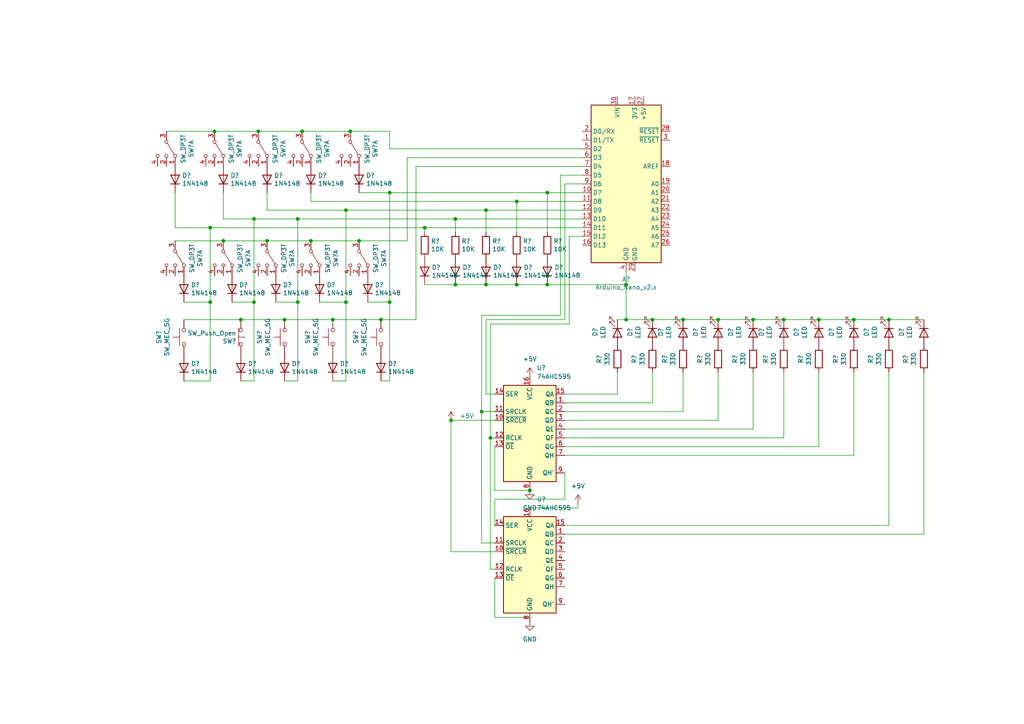
<source format=kicad_sch>
(kicad_sch (version 20211123) (generator eeschema)

  (uuid ce83728b-bebd-48c2-8734-b6a50d837931)

  (paper "A4")

  (lib_symbols
    (symbol "74xx:74AHC595" (in_bom yes) (on_board yes)
      (property "Reference" "U" (id 0) (at -7.62 13.97 0)
        (effects (font (size 1.27 1.27)))
      )
      (property "Value" "74AHC595" (id 1) (at -7.62 -16.51 0)
        (effects (font (size 1.27 1.27)))
      )
      (property "Footprint" "" (id 2) (at 0 0 0)
        (effects (font (size 1.27 1.27)) hide)
      )
      (property "Datasheet" "https://assets.nexperia.com/documents/data-sheet/74AHC_AHCT595.pdf" (id 3) (at 0 0 0)
        (effects (font (size 1.27 1.27)) hide)
      )
      (property "ki_keywords" "AHCMOS SR 3State" (id 4) (at 0 0 0)
        (effects (font (size 1.27 1.27)) hide)
      )
      (property "ki_description" "8-bit serial in/out Shift Register 3-State Outputs" (id 5) (at 0 0 0)
        (effects (font (size 1.27 1.27)) hide)
      )
      (property "ki_fp_filters" "DIP*W7.62mm* SOIC*3.9x9.9mm*P1.27mm* TSSOP*4.4x5mm*P0.65mm* SOIC*5.3x10.2mm*P1.27mm* SOIC*7.5x10.3mm*P1.27mm*" (id 6) (at 0 0 0)
        (effects (font (size 1.27 1.27)) hide)
      )
      (symbol "74AHC595_1_0"
        (pin tri_state line (at 10.16 7.62 180) (length 2.54)
          (name "QB" (effects (font (size 1.27 1.27))))
          (number "1" (effects (font (size 1.27 1.27))))
        )
        (pin input line (at -10.16 2.54 0) (length 2.54)
          (name "~{SRCLR}" (effects (font (size 1.27 1.27))))
          (number "10" (effects (font (size 1.27 1.27))))
        )
        (pin input line (at -10.16 5.08 0) (length 2.54)
          (name "SRCLK" (effects (font (size 1.27 1.27))))
          (number "11" (effects (font (size 1.27 1.27))))
        )
        (pin input line (at -10.16 -2.54 0) (length 2.54)
          (name "RCLK" (effects (font (size 1.27 1.27))))
          (number "12" (effects (font (size 1.27 1.27))))
        )
        (pin input line (at -10.16 -5.08 0) (length 2.54)
          (name "~{OE}" (effects (font (size 1.27 1.27))))
          (number "13" (effects (font (size 1.27 1.27))))
        )
        (pin input line (at -10.16 10.16 0) (length 2.54)
          (name "SER" (effects (font (size 1.27 1.27))))
          (number "14" (effects (font (size 1.27 1.27))))
        )
        (pin tri_state line (at 10.16 10.16 180) (length 2.54)
          (name "QA" (effects (font (size 1.27 1.27))))
          (number "15" (effects (font (size 1.27 1.27))))
        )
        (pin power_in line (at 0 15.24 270) (length 2.54)
          (name "VCC" (effects (font (size 1.27 1.27))))
          (number "16" (effects (font (size 1.27 1.27))))
        )
        (pin tri_state line (at 10.16 5.08 180) (length 2.54)
          (name "QC" (effects (font (size 1.27 1.27))))
          (number "2" (effects (font (size 1.27 1.27))))
        )
        (pin tri_state line (at 10.16 2.54 180) (length 2.54)
          (name "QD" (effects (font (size 1.27 1.27))))
          (number "3" (effects (font (size 1.27 1.27))))
        )
        (pin tri_state line (at 10.16 0 180) (length 2.54)
          (name "QE" (effects (font (size 1.27 1.27))))
          (number "4" (effects (font (size 1.27 1.27))))
        )
        (pin tri_state line (at 10.16 -2.54 180) (length 2.54)
          (name "QF" (effects (font (size 1.27 1.27))))
          (number "5" (effects (font (size 1.27 1.27))))
        )
        (pin tri_state line (at 10.16 -5.08 180) (length 2.54)
          (name "QG" (effects (font (size 1.27 1.27))))
          (number "6" (effects (font (size 1.27 1.27))))
        )
        (pin tri_state line (at 10.16 -7.62 180) (length 2.54)
          (name "QH" (effects (font (size 1.27 1.27))))
          (number "7" (effects (font (size 1.27 1.27))))
        )
        (pin power_in line (at 0 -17.78 90) (length 2.54)
          (name "GND" (effects (font (size 1.27 1.27))))
          (number "8" (effects (font (size 1.27 1.27))))
        )
        (pin output line (at 10.16 -12.7 180) (length 2.54)
          (name "QH'" (effects (font (size 1.27 1.27))))
          (number "9" (effects (font (size 1.27 1.27))))
        )
      )
      (symbol "74AHC595_1_1"
        (rectangle (start -7.62 12.7) (end 7.62 -15.24)
          (stroke (width 0.254) (type default) (color 0 0 0 0))
          (fill (type background))
        )
      )
    )
    (symbol "Device:LED" (pin_numbers hide) (pin_names (offset 1.016) hide) (in_bom yes) (on_board yes)
      (property "Reference" "D" (id 0) (at 0 2.54 0)
        (effects (font (size 1.27 1.27)))
      )
      (property "Value" "LED" (id 1) (at 0 -2.54 0)
        (effects (font (size 1.27 1.27)))
      )
      (property "Footprint" "" (id 2) (at 0 0 0)
        (effects (font (size 1.27 1.27)) hide)
      )
      (property "Datasheet" "~" (id 3) (at 0 0 0)
        (effects (font (size 1.27 1.27)) hide)
      )
      (property "ki_keywords" "LED diode" (id 4) (at 0 0 0)
        (effects (font (size 1.27 1.27)) hide)
      )
      (property "ki_description" "Light emitting diode" (id 5) (at 0 0 0)
        (effects (font (size 1.27 1.27)) hide)
      )
      (property "ki_fp_filters" "LED* LED_SMD:* LED_THT:*" (id 6) (at 0 0 0)
        (effects (font (size 1.27 1.27)) hide)
      )
      (symbol "LED_0_1"
        (polyline
          (pts
            (xy -1.27 -1.27)
            (xy -1.27 1.27)
          )
          (stroke (width 0.254) (type default) (color 0 0 0 0))
          (fill (type none))
        )
        (polyline
          (pts
            (xy -1.27 0)
            (xy 1.27 0)
          )
          (stroke (width 0) (type default) (color 0 0 0 0))
          (fill (type none))
        )
        (polyline
          (pts
            (xy 1.27 -1.27)
            (xy 1.27 1.27)
            (xy -1.27 0)
            (xy 1.27 -1.27)
          )
          (stroke (width 0.254) (type default) (color 0 0 0 0))
          (fill (type none))
        )
        (polyline
          (pts
            (xy -3.048 -0.762)
            (xy -4.572 -2.286)
            (xy -3.81 -2.286)
            (xy -4.572 -2.286)
            (xy -4.572 -1.524)
          )
          (stroke (width 0) (type default) (color 0 0 0 0))
          (fill (type none))
        )
        (polyline
          (pts
            (xy -1.778 -0.762)
            (xy -3.302 -2.286)
            (xy -2.54 -2.286)
            (xy -3.302 -2.286)
            (xy -3.302 -1.524)
          )
          (stroke (width 0) (type default) (color 0 0 0 0))
          (fill (type none))
        )
      )
      (symbol "LED_1_1"
        (pin passive line (at -3.81 0 0) (length 2.54)
          (name "K" (effects (font (size 1.27 1.27))))
          (number "1" (effects (font (size 1.27 1.27))))
        )
        (pin passive line (at 3.81 0 180) (length 2.54)
          (name "A" (effects (font (size 1.27 1.27))))
          (number "2" (effects (font (size 1.27 1.27))))
        )
      )
    )
    (symbol "Device:R" (pin_numbers hide) (pin_names (offset 0)) (in_bom yes) (on_board yes)
      (property "Reference" "R" (id 0) (at 2.032 0 90)
        (effects (font (size 1.27 1.27)))
      )
      (property "Value" "R" (id 1) (at 0 0 90)
        (effects (font (size 1.27 1.27)))
      )
      (property "Footprint" "" (id 2) (at -1.778 0 90)
        (effects (font (size 1.27 1.27)) hide)
      )
      (property "Datasheet" "~" (id 3) (at 0 0 0)
        (effects (font (size 1.27 1.27)) hide)
      )
      (property "ki_keywords" "R res resistor" (id 4) (at 0 0 0)
        (effects (font (size 1.27 1.27)) hide)
      )
      (property "ki_description" "Resistor" (id 5) (at 0 0 0)
        (effects (font (size 1.27 1.27)) hide)
      )
      (property "ki_fp_filters" "R_*" (id 6) (at 0 0 0)
        (effects (font (size 1.27 1.27)) hide)
      )
      (symbol "R_0_1"
        (rectangle (start -1.016 -2.54) (end 1.016 2.54)
          (stroke (width 0.254) (type default) (color 0 0 0 0))
          (fill (type none))
        )
      )
      (symbol "R_1_1"
        (pin passive line (at 0 3.81 270) (length 1.27)
          (name "~" (effects (font (size 1.27 1.27))))
          (number "1" (effects (font (size 1.27 1.27))))
        )
        (pin passive line (at 0 -3.81 90) (length 1.27)
          (name "~" (effects (font (size 1.27 1.27))))
          (number "2" (effects (font (size 1.27 1.27))))
        )
      )
    )
    (symbol "Diode:1N4148" (pin_numbers hide) (pin_names (offset 1.016) hide) (in_bom yes) (on_board yes)
      (property "Reference" "D" (id 0) (at 0 2.54 0)
        (effects (font (size 1.27 1.27)))
      )
      (property "Value" "1N4148" (id 1) (at 0 -2.54 0)
        (effects (font (size 1.27 1.27)))
      )
      (property "Footprint" "Diode_THT:D_DO-35_SOD27_P7.62mm_Horizontal" (id 2) (at 0 -4.445 0)
        (effects (font (size 1.27 1.27)) hide)
      )
      (property "Datasheet" "https://assets.nexperia.com/documents/data-sheet/1N4148_1N4448.pdf" (id 3) (at 0 0 0)
        (effects (font (size 1.27 1.27)) hide)
      )
      (property "ki_keywords" "diode" (id 4) (at 0 0 0)
        (effects (font (size 1.27 1.27)) hide)
      )
      (property "ki_description" "100V 0.15A standard switching diode, DO-35" (id 5) (at 0 0 0)
        (effects (font (size 1.27 1.27)) hide)
      )
      (property "ki_fp_filters" "D*DO?35*" (id 6) (at 0 0 0)
        (effects (font (size 1.27 1.27)) hide)
      )
      (symbol "1N4148_0_1"
        (polyline
          (pts
            (xy -1.27 1.27)
            (xy -1.27 -1.27)
          )
          (stroke (width 0.254) (type default) (color 0 0 0 0))
          (fill (type none))
        )
        (polyline
          (pts
            (xy 1.27 0)
            (xy -1.27 0)
          )
          (stroke (width 0) (type default) (color 0 0 0 0))
          (fill (type none))
        )
        (polyline
          (pts
            (xy 1.27 1.27)
            (xy 1.27 -1.27)
            (xy -1.27 0)
            (xy 1.27 1.27)
          )
          (stroke (width 0.254) (type default) (color 0 0 0 0))
          (fill (type none))
        )
      )
      (symbol "1N4148_1_1"
        (pin passive line (at -3.81 0 0) (length 2.54)
          (name "K" (effects (font (size 1.27 1.27))))
          (number "1" (effects (font (size 1.27 1.27))))
        )
        (pin passive line (at 3.81 0 180) (length 2.54)
          (name "A" (effects (font (size 1.27 1.27))))
          (number "2" (effects (font (size 1.27 1.27))))
        )
      )
    )
    (symbol "MCU_Module:Arduino_Nano_v2.x" (in_bom yes) (on_board yes)
      (property "Reference" "A" (id 0) (at -10.16 23.495 0)
        (effects (font (size 1.27 1.27)) (justify left bottom))
      )
      (property "Value" "Arduino_Nano_v2.x" (id 1) (at 5.08 -24.13 0)
        (effects (font (size 1.27 1.27)) (justify left top))
      )
      (property "Footprint" "Module:Arduino_Nano" (id 2) (at 0 0 0)
        (effects (font (size 1.27 1.27) italic) hide)
      )
      (property "Datasheet" "https://www.arduino.cc/en/uploads/Main/ArduinoNanoManual23.pdf" (id 3) (at 0 0 0)
        (effects (font (size 1.27 1.27)) hide)
      )
      (property "ki_keywords" "Arduino nano microcontroller module USB" (id 4) (at 0 0 0)
        (effects (font (size 1.27 1.27)) hide)
      )
      (property "ki_description" "Arduino Nano v2.x" (id 5) (at 0 0 0)
        (effects (font (size 1.27 1.27)) hide)
      )
      (property "ki_fp_filters" "Arduino*Nano*" (id 6) (at 0 0 0)
        (effects (font (size 1.27 1.27)) hide)
      )
      (symbol "Arduino_Nano_v2.x_0_1"
        (rectangle (start -10.16 22.86) (end 10.16 -22.86)
          (stroke (width 0.254) (type default) (color 0 0 0 0))
          (fill (type background))
        )
      )
      (symbol "Arduino_Nano_v2.x_1_1"
        (pin bidirectional line (at -12.7 12.7 0) (length 2.54)
          (name "D1/TX" (effects (font (size 1.27 1.27))))
          (number "1" (effects (font (size 1.27 1.27))))
        )
        (pin bidirectional line (at -12.7 -2.54 0) (length 2.54)
          (name "D7" (effects (font (size 1.27 1.27))))
          (number "10" (effects (font (size 1.27 1.27))))
        )
        (pin bidirectional line (at -12.7 -5.08 0) (length 2.54)
          (name "D8" (effects (font (size 1.27 1.27))))
          (number "11" (effects (font (size 1.27 1.27))))
        )
        (pin bidirectional line (at -12.7 -7.62 0) (length 2.54)
          (name "D9" (effects (font (size 1.27 1.27))))
          (number "12" (effects (font (size 1.27 1.27))))
        )
        (pin bidirectional line (at -12.7 -10.16 0) (length 2.54)
          (name "D10" (effects (font (size 1.27 1.27))))
          (number "13" (effects (font (size 1.27 1.27))))
        )
        (pin bidirectional line (at -12.7 -12.7 0) (length 2.54)
          (name "D11" (effects (font (size 1.27 1.27))))
          (number "14" (effects (font (size 1.27 1.27))))
        )
        (pin bidirectional line (at -12.7 -15.24 0) (length 2.54)
          (name "D12" (effects (font (size 1.27 1.27))))
          (number "15" (effects (font (size 1.27 1.27))))
        )
        (pin bidirectional line (at -12.7 -17.78 0) (length 2.54)
          (name "D13" (effects (font (size 1.27 1.27))))
          (number "16" (effects (font (size 1.27 1.27))))
        )
        (pin power_out line (at 2.54 25.4 270) (length 2.54)
          (name "3V3" (effects (font (size 1.27 1.27))))
          (number "17" (effects (font (size 1.27 1.27))))
        )
        (pin input line (at 12.7 5.08 180) (length 2.54)
          (name "AREF" (effects (font (size 1.27 1.27))))
          (number "18" (effects (font (size 1.27 1.27))))
        )
        (pin bidirectional line (at 12.7 0 180) (length 2.54)
          (name "A0" (effects (font (size 1.27 1.27))))
          (number "19" (effects (font (size 1.27 1.27))))
        )
        (pin bidirectional line (at -12.7 15.24 0) (length 2.54)
          (name "D0/RX" (effects (font (size 1.27 1.27))))
          (number "2" (effects (font (size 1.27 1.27))))
        )
        (pin bidirectional line (at 12.7 -2.54 180) (length 2.54)
          (name "A1" (effects (font (size 1.27 1.27))))
          (number "20" (effects (font (size 1.27 1.27))))
        )
        (pin bidirectional line (at 12.7 -5.08 180) (length 2.54)
          (name "A2" (effects (font (size 1.27 1.27))))
          (number "21" (effects (font (size 1.27 1.27))))
        )
        (pin bidirectional line (at 12.7 -7.62 180) (length 2.54)
          (name "A3" (effects (font (size 1.27 1.27))))
          (number "22" (effects (font (size 1.27 1.27))))
        )
        (pin bidirectional line (at 12.7 -10.16 180) (length 2.54)
          (name "A4" (effects (font (size 1.27 1.27))))
          (number "23" (effects (font (size 1.27 1.27))))
        )
        (pin bidirectional line (at 12.7 -12.7 180) (length 2.54)
          (name "A5" (effects (font (size 1.27 1.27))))
          (number "24" (effects (font (size 1.27 1.27))))
        )
        (pin bidirectional line (at 12.7 -15.24 180) (length 2.54)
          (name "A6" (effects (font (size 1.27 1.27))))
          (number "25" (effects (font (size 1.27 1.27))))
        )
        (pin bidirectional line (at 12.7 -17.78 180) (length 2.54)
          (name "A7" (effects (font (size 1.27 1.27))))
          (number "26" (effects (font (size 1.27 1.27))))
        )
        (pin power_out line (at 5.08 25.4 270) (length 2.54)
          (name "+5V" (effects (font (size 1.27 1.27))))
          (number "27" (effects (font (size 1.27 1.27))))
        )
        (pin input line (at 12.7 15.24 180) (length 2.54)
          (name "~{RESET}" (effects (font (size 1.27 1.27))))
          (number "28" (effects (font (size 1.27 1.27))))
        )
        (pin power_in line (at 2.54 -25.4 90) (length 2.54)
          (name "GND" (effects (font (size 1.27 1.27))))
          (number "29" (effects (font (size 1.27 1.27))))
        )
        (pin input line (at 12.7 12.7 180) (length 2.54)
          (name "~{RESET}" (effects (font (size 1.27 1.27))))
          (number "3" (effects (font (size 1.27 1.27))))
        )
        (pin power_in line (at -2.54 25.4 270) (length 2.54)
          (name "VIN" (effects (font (size 1.27 1.27))))
          (number "30" (effects (font (size 1.27 1.27))))
        )
        (pin power_in line (at 0 -25.4 90) (length 2.54)
          (name "GND" (effects (font (size 1.27 1.27))))
          (number "4" (effects (font (size 1.27 1.27))))
        )
        (pin bidirectional line (at -12.7 10.16 0) (length 2.54)
          (name "D2" (effects (font (size 1.27 1.27))))
          (number "5" (effects (font (size 1.27 1.27))))
        )
        (pin bidirectional line (at -12.7 7.62 0) (length 2.54)
          (name "D3" (effects (font (size 1.27 1.27))))
          (number "6" (effects (font (size 1.27 1.27))))
        )
        (pin bidirectional line (at -12.7 5.08 0) (length 2.54)
          (name "D4" (effects (font (size 1.27 1.27))))
          (number "7" (effects (font (size 1.27 1.27))))
        )
        (pin bidirectional line (at -12.7 2.54 0) (length 2.54)
          (name "D5" (effects (font (size 1.27 1.27))))
          (number "8" (effects (font (size 1.27 1.27))))
        )
        (pin bidirectional line (at -12.7 0 0) (length 2.54)
          (name "D6" (effects (font (size 1.27 1.27))))
          (number "9" (effects (font (size 1.27 1.27))))
        )
      )
    )
    (symbol "Switch:SW_DP3T" (pin_names (offset 0) hide) (in_bom yes) (on_board yes)
      (property "Reference" "SW" (id 0) (at 0 5.08 0)
        (effects (font (size 1.27 1.27)))
      )
      (property "Value" "SW_DP3T" (id 1) (at 0 -5.08 0)
        (effects (font (size 1.27 1.27)))
      )
      (property "Footprint" "" (id 2) (at -15.875 4.445 0)
        (effects (font (size 1.27 1.27)) hide)
      )
      (property "Datasheet" "~" (id 3) (at -15.875 4.445 0)
        (effects (font (size 1.27 1.27)) hide)
      )
      (property "ki_keywords" "switch dp3t ON-ON-ON" (id 4) (at 0 0 0)
        (effects (font (size 1.27 1.27)) hide)
      )
      (property "ki_description" "Switch, three position, dual pole triple throw, 3 position switch, SP3T" (id 5) (at 0 0 0)
        (effects (font (size 1.27 1.27)) hide)
      )
      (property "ki_fp_filters" "SW* DP3T*" (id 6) (at 0 0 0)
        (effects (font (size 1.27 1.27)) hide)
      )
      (symbol "SW_DP3T_0_1"
        (circle (center -2.032 0) (radius 0.4572)
          (stroke (width 0) (type default) (color 0 0 0 0))
          (fill (type none))
        )
        (polyline
          (pts
            (xy -1.651 0.254)
            (xy 1.651 2.286)
          )
          (stroke (width 0) (type default) (color 0 0 0 0))
          (fill (type none))
        )
        (circle (center 2.032 -2.54) (radius 0.4572)
          (stroke (width 0) (type default) (color 0 0 0 0))
          (fill (type none))
        )
        (circle (center 2.032 0) (radius 0.4572)
          (stroke (width 0) (type default) (color 0 0 0 0))
          (fill (type none))
        )
        (circle (center 2.032 2.54) (radius 0.4572)
          (stroke (width 0) (type default) (color 0 0 0 0))
          (fill (type none))
        )
      )
      (symbol "SW_DP3T_1_1"
        (pin passive line (at 5.08 2.54 180) (length 2.54)
          (name "1" (effects (font (size 1.27 1.27))))
          (number "1" (effects (font (size 1.27 1.27))))
        )
        (pin passive line (at 5.08 0 180) (length 2.54)
          (name "2" (effects (font (size 1.27 1.27))))
          (number "2" (effects (font (size 1.27 1.27))))
        )
        (pin passive line (at -5.08 0 0) (length 2.54)
          (name "3" (effects (font (size 1.27 1.27))))
          (number "3" (effects (font (size 1.27 1.27))))
        )
        (pin passive line (at 5.08 -2.54 180) (length 2.54)
          (name "4" (effects (font (size 1.27 1.27))))
          (number "4" (effects (font (size 1.27 1.27))))
        )
      )
      (symbol "SW_DP3T_2_1"
        (pin passive line (at 5.08 2.54 180) (length 2.54)
          (name "5" (effects (font (size 1.27 1.27))))
          (number "5" (effects (font (size 1.27 1.27))))
        )
        (pin passive line (at 5.08 0 180) (length 2.54)
          (name "6" (effects (font (size 1.27 1.27))))
          (number "6" (effects (font (size 1.27 1.27))))
        )
        (pin passive line (at -5.08 0 0) (length 2.54)
          (name "7" (effects (font (size 1.27 1.27))))
          (number "7" (effects (font (size 1.27 1.27))))
        )
        (pin passive line (at 5.08 -2.54 180) (length 2.54)
          (name "8" (effects (font (size 1.27 1.27))))
          (number "8" (effects (font (size 1.27 1.27))))
        )
      )
    )
    (symbol "Switch:SW_MEC_5G" (pin_numbers hide) (pin_names (offset 1.016) hide) (in_bom yes) (on_board yes)
      (property "Reference" "SW" (id 0) (at 1.27 2.54 0)
        (effects (font (size 1.27 1.27)) (justify left))
      )
      (property "Value" "SW_MEC_5G" (id 1) (at 0 -1.524 0)
        (effects (font (size 1.27 1.27)))
      )
      (property "Footprint" "" (id 2) (at 0 5.08 0)
        (effects (font (size 1.27 1.27)) hide)
      )
      (property "Datasheet" "http://www.apem.com/int/index.php?controller=attachment&id_attachment=488" (id 3) (at 0 5.08 0)
        (effects (font (size 1.27 1.27)) hide)
      )
      (property "ki_keywords" "switch normally-open pushbutton push-button" (id 4) (at 0 0 0)
        (effects (font (size 1.27 1.27)) hide)
      )
      (property "ki_description" "MEC 5G single pole normally-open tactile switch" (id 5) (at 0 0 0)
        (effects (font (size 1.27 1.27)) hide)
      )
      (property "ki_fp_filters" "SW*MEC*5G*" (id 6) (at 0 0 0)
        (effects (font (size 1.27 1.27)) hide)
      )
      (symbol "SW_MEC_5G_0_1"
        (circle (center -2.032 0) (radius 0.508)
          (stroke (width 0) (type default) (color 0 0 0 0))
          (fill (type none))
        )
        (polyline
          (pts
            (xy 0 1.27)
            (xy 0 3.048)
          )
          (stroke (width 0) (type default) (color 0 0 0 0))
          (fill (type none))
        )
        (polyline
          (pts
            (xy 2.54 1.27)
            (xy -2.54 1.27)
          )
          (stroke (width 0) (type default) (color 0 0 0 0))
          (fill (type none))
        )
        (circle (center 2.032 0) (radius 0.508)
          (stroke (width 0) (type default) (color 0 0 0 0))
          (fill (type none))
        )
        (pin passive line (at -5.08 0 0) (length 2.54)
          (name "A" (effects (font (size 1.27 1.27))))
          (number "1" (effects (font (size 1.27 1.27))))
        )
        (pin passive line (at 5.08 0 180) (length 2.54)
          (name "B" (effects (font (size 1.27 1.27))))
          (number "3" (effects (font (size 1.27 1.27))))
        )
      )
      (symbol "SW_MEC_5G_1_1"
        (pin passive line (at -5.08 0 0) (length 2.54) hide
          (name "A" (effects (font (size 1.27 1.27))))
          (number "2" (effects (font (size 1.27 1.27))))
        )
        (pin passive line (at 5.08 0 180) (length 2.54) hide
          (name "B" (effects (font (size 1.27 1.27))))
          (number "4" (effects (font (size 1.27 1.27))))
        )
      )
    )
    (symbol "Switch:SW_Push_Open" (pin_numbers hide) (pin_names (offset 1.016) hide) (in_bom yes) (on_board yes)
      (property "Reference" "SW" (id 0) (at 0 2.54 0)
        (effects (font (size 1.27 1.27)))
      )
      (property "Value" "SW_Push_Open" (id 1) (at 0 -1.905 0)
        (effects (font (size 1.27 1.27)))
      )
      (property "Footprint" "" (id 2) (at 0 5.08 0)
        (effects (font (size 1.27 1.27)) hide)
      )
      (property "Datasheet" "~" (id 3) (at 0 5.08 0)
        (effects (font (size 1.27 1.27)) hide)
      )
      (property "ki_keywords" "switch normally-closed pushbutton push-button" (id 4) (at 0 0 0)
        (effects (font (size 1.27 1.27)) hide)
      )
      (property "ki_description" "Push button switch, push-to-open, generic, two pins" (id 5) (at 0 0 0)
        (effects (font (size 1.27 1.27)) hide)
      )
      (symbol "SW_Push_Open_0_1"
        (circle (center -2.032 0) (radius 0.508)
          (stroke (width 0) (type default) (color 0 0 0 0))
          (fill (type none))
        )
        (polyline
          (pts
            (xy -2.54 -0.635)
            (xy 2.54 -0.635)
          )
          (stroke (width 0) (type default) (color 0 0 0 0))
          (fill (type none))
        )
        (polyline
          (pts
            (xy 0 -0.635)
            (xy 0 1.27)
          )
          (stroke (width 0) (type default) (color 0 0 0 0))
          (fill (type none))
        )
        (circle (center 2.032 0) (radius 0.508)
          (stroke (width 0) (type default) (color 0 0 0 0))
          (fill (type none))
        )
        (pin passive line (at -5.08 0 0) (length 2.54)
          (name "A" (effects (font (size 1.27 1.27))))
          (number "1" (effects (font (size 1.27 1.27))))
        )
      )
      (symbol "SW_Push_Open_1_1"
        (pin passive line (at 5.08 0 180) (length 2.54)
          (name "B" (effects (font (size 1.27 1.27))))
          (number "2" (effects (font (size 1.27 1.27))))
        )
      )
    )
    (symbol "power:+5V" (power) (pin_names (offset 0)) (in_bom yes) (on_board yes)
      (property "Reference" "#PWR" (id 0) (at 0 -3.81 0)
        (effects (font (size 1.27 1.27)) hide)
      )
      (property "Value" "+5V" (id 1) (at 0 3.556 0)
        (effects (font (size 1.27 1.27)))
      )
      (property "Footprint" "" (id 2) (at 0 0 0)
        (effects (font (size 1.27 1.27)) hide)
      )
      (property "Datasheet" "" (id 3) (at 0 0 0)
        (effects (font (size 1.27 1.27)) hide)
      )
      (property "ki_keywords" "power-flag" (id 4) (at 0 0 0)
        (effects (font (size 1.27 1.27)) hide)
      )
      (property "ki_description" "Power symbol creates a global label with name \"+5V\"" (id 5) (at 0 0 0)
        (effects (font (size 1.27 1.27)) hide)
      )
      (symbol "+5V_0_1"
        (polyline
          (pts
            (xy -0.762 1.27)
            (xy 0 2.54)
          )
          (stroke (width 0) (type default) (color 0 0 0 0))
          (fill (type none))
        )
        (polyline
          (pts
            (xy 0 0)
            (xy 0 2.54)
          )
          (stroke (width 0) (type default) (color 0 0 0 0))
          (fill (type none))
        )
        (polyline
          (pts
            (xy 0 2.54)
            (xy 0.762 1.27)
          )
          (stroke (width 0) (type default) (color 0 0 0 0))
          (fill (type none))
        )
      )
      (symbol "+5V_1_1"
        (pin power_in line (at 0 0 90) (length 0) hide
          (name "+5V" (effects (font (size 1.27 1.27))))
          (number "1" (effects (font (size 1.27 1.27))))
        )
      )
    )
    (symbol "power:GND" (power) (pin_names (offset 0)) (in_bom yes) (on_board yes)
      (property "Reference" "#PWR" (id 0) (at 0 -6.35 0)
        (effects (font (size 1.27 1.27)) hide)
      )
      (property "Value" "GND" (id 1) (at 0 -3.81 0)
        (effects (font (size 1.27 1.27)))
      )
      (property "Footprint" "" (id 2) (at 0 0 0)
        (effects (font (size 1.27 1.27)) hide)
      )
      (property "Datasheet" "" (id 3) (at 0 0 0)
        (effects (font (size 1.27 1.27)) hide)
      )
      (property "ki_keywords" "power-flag" (id 4) (at 0 0 0)
        (effects (font (size 1.27 1.27)) hide)
      )
      (property "ki_description" "Power symbol creates a global label with name \"GND\" , ground" (id 5) (at 0 0 0)
        (effects (font (size 1.27 1.27)) hide)
      )
      (symbol "GND_0_1"
        (polyline
          (pts
            (xy 0 0)
            (xy 0 -1.27)
            (xy 1.27 -1.27)
            (xy 0 -2.54)
            (xy -1.27 -1.27)
            (xy 0 -1.27)
          )
          (stroke (width 0) (type default) (color 0 0 0 0))
          (fill (type none))
        )
      )
      (symbol "GND_1_1"
        (pin power_in line (at 0 0 270) (length 0) hide
          (name "GND" (effects (font (size 1.27 1.27))))
          (number "1" (effects (font (size 1.27 1.27))))
        )
      )
    )
  )

  (junction (at 100.33 60.96) (diameter 0) (color 0 0 0 0)
    (uuid 01e9b6e7-adf9-4ee7-9447-a588630ee4a2)
  )
  (junction (at 60.96 66.04) (diameter 0) (color 0 0 0 0)
    (uuid 0755aee5-bc01-4cb5-b830-583289df50a3)
  )
  (junction (at 153.67 142.24) (diameter 0) (color 0 0 0 0)
    (uuid 0e64caeb-bcb1-4d85-a73d-3b451ecaf486)
  )
  (junction (at 142.24 127) (diameter 0) (color 0 0 0 0)
    (uuid 1120f96a-6721-453b-b4ba-7f3abd992c97)
  )
  (junction (at 208.28 92.71) (diameter 0) (color 0 0 0 0)
    (uuid 1199146e-a60b-416a-b503-e77d6d2892f9)
  )
  (junction (at 181.61 82.55) (diameter 0) (color 0 0 0 0)
    (uuid 16121028-bdf5-49c0-aae7-e28fe5bfa771)
  )
  (junction (at 96.52 92.71) (diameter 0) (color 0 0 0 0)
    (uuid 275aa44a-b61f-489f-9e2a-819a0fe0d1eb)
  )
  (junction (at 132.08 82.55) (diameter 0) (color 0 0 0 0)
    (uuid 2dc54bac-8640-4dd7-b8ed-3c7acb01a8ea)
  )
  (junction (at 130.81 121.92) (diameter 0) (color 0 0 0 0)
    (uuid 32e61bfc-d546-4722-ac49-cbb99c79a789)
  )
  (junction (at 74.93 38.1) (diameter 0) (color 0 0 0 0)
    (uuid 3a7648d8-121a-4921-9b92-9b35b76ce39b)
  )
  (junction (at 87.63 38.1) (diameter 0) (color 0 0 0 0)
    (uuid 3e903008-0276-4a73-8edb-5d9dfde6297c)
  )
  (junction (at 237.49 92.71) (diameter 0) (color 0 0 0 0)
    (uuid 3f43d730-2a73-49fe-9672-32428e7f5b49)
  )
  (junction (at 189.23 92.71) (diameter 0) (color 0 0 0 0)
    (uuid 477892a1-722e-4cda-bb6c-fcdb8ba5f93e)
  )
  (junction (at 198.12 92.71) (diameter 0) (color 0 0 0 0)
    (uuid 479331ff-c540-41f4-84e6-b48d65171e59)
  )
  (junction (at 181.61 92.71) (diameter 0) (color 0 0 0 0)
    (uuid 4db55cb8-197b-4402-871f-ce582b65664b)
  )
  (junction (at 123.19 66.04) (diameter 0) (color 0 0 0 0)
    (uuid 4e315e69-0417-463a-8b7f-469a08d1496e)
  )
  (junction (at 132.08 63.5) (diameter 0) (color 0 0 0 0)
    (uuid 4fa10683-33cd-4dcd-8acc-2415cd63c62a)
  )
  (junction (at 82.55 92.71) (diameter 0) (color 0 0 0 0)
    (uuid 57c0c267-8bf9-4cc7-b734-d71a239ac313)
  )
  (junction (at 110.49 92.71) (diameter 0) (color 0 0 0 0)
    (uuid 5b34a16c-5a14-4291-8242-ea6d6ac54372)
  )
  (junction (at 149.86 82.55) (diameter 0) (color 0 0 0 0)
    (uuid 609b9e1b-4e3b-42b7-ac76-a62ec4d0e7c7)
  )
  (junction (at 60.96 87.63) (diameter 0) (color 0 0 0 0)
    (uuid 644ae9fc-3c8e-4089-866e-a12bf371c3e9)
  )
  (junction (at 101.6 38.1) (diameter 0) (color 0 0 0 0)
    (uuid 6475547d-3216-45a4-a15c-48314f1dd0f9)
  )
  (junction (at 86.36 87.63) (diameter 0) (color 0 0 0 0)
    (uuid 65134029-dbd2-409a-85a8-13c2a33ff019)
  )
  (junction (at 113.03 87.63) (diameter 0) (color 0 0 0 0)
    (uuid 6781326c-6e0d-4753-8f28-0f5c687e01f9)
  )
  (junction (at 62.23 38.1) (diameter 0) (color 0 0 0 0)
    (uuid 6bfe5804-2ef9-4c65-b2a7-f01e4014370a)
  )
  (junction (at 140.97 82.55) (diameter 0) (color 0 0 0 0)
    (uuid 70fb572d-d5ec-41e7-9482-63d4578b4f47)
  )
  (junction (at 113.03 55.88) (diameter 0) (color 0 0 0 0)
    (uuid 730b670c-9bcf-4dcd-9a8d-fcaa61fb0955)
  )
  (junction (at 73.66 63.5) (diameter 0) (color 0 0 0 0)
    (uuid 7599133e-c681-4202-85d9-c20dac196c64)
  )
  (junction (at 69.85 92.71) (diameter 0) (color 0 0 0 0)
    (uuid 7cee474b-af8f-4832-b07a-c43c1ab0b464)
  )
  (junction (at 100.33 87.63) (diameter 0) (color 0 0 0 0)
    (uuid 7f52d787-caa3-4a92-b1b2-19d554dc29a4)
  )
  (junction (at 86.36 63.5) (diameter 0) (color 0 0 0 0)
    (uuid 85b7594c-358f-454b-b2ad-dd0b1d67ed76)
  )
  (junction (at 257.81 92.71) (diameter 0) (color 0 0 0 0)
    (uuid 9031bb33-c6aa-4758-bf5c-3274ed3ebab7)
  )
  (junction (at 90.17 69.85) (diameter 0) (color 0 0 0 0)
    (uuid 911bdcbe-493f-4e21-a506-7cbc636e2c17)
  )
  (junction (at 158.75 55.88) (diameter 0) (color 0 0 0 0)
    (uuid 91c1eb0a-67ae-4ef0-95ce-d060a03a7313)
  )
  (junction (at 227.33 92.71) (diameter 0) (color 0 0 0 0)
    (uuid 98b00c9d-9188-4bce-aa70-92d12dd9cf82)
  )
  (junction (at 218.44 92.71) (diameter 0) (color 0 0 0 0)
    (uuid afd38b10-2eca-4abe-aed1-a96fb07ffdbe)
  )
  (junction (at 140.97 60.96) (diameter 0) (color 0 0 0 0)
    (uuid b1ddb058-f7b2-429c-9489-f4e2242ad7e5)
  )
  (junction (at 158.75 82.55) (diameter 0) (color 0 0 0 0)
    (uuid b7867831-ef82-4f33-a926-59e5c1c09b91)
  )
  (junction (at 77.47 69.85) (diameter 0) (color 0 0 0 0)
    (uuid b96fe6ac-3535-4455-ab88-ed77f5e46d6e)
  )
  (junction (at 149.86 58.42) (diameter 0) (color 0 0 0 0)
    (uuid c24d6ac8-802d-4df3-a210-9cb1f693e865)
  )
  (junction (at 64.77 69.85) (diameter 0) (color 0 0 0 0)
    (uuid c332fa55-4168-4f55-88a5-f82c7c21040b)
  )
  (junction (at 247.65 92.71) (diameter 0) (color 0 0 0 0)
    (uuid f1a9fb80-4cc4-410f-9616-e19c969dcab5)
  )
  (junction (at 104.14 69.85) (diameter 0) (color 0 0 0 0)
    (uuid f3628265-0155-43e2-a467-c40ff783e265)
  )
  (junction (at 73.66 87.63) (diameter 0) (color 0 0 0 0)
    (uuid f4eb0267-179f-46c9-b516-9bfb06bac1ba)
  )
  (junction (at 139.7 119.38) (diameter 0) (color 0 0 0 0)
    (uuid f75fe690-98ad-4c40-82a8-f16a4d65ddbf)
  )

  (wire (pts (xy 163.83 144.78) (xy 163.83 137.16))
    (stroke (width 0) (type default) (color 0 0 0 0))
    (uuid 00336a4a-db92-4541-9fe4-855d43706a80)
  )
  (wire (pts (xy 158.75 55.88) (xy 113.03 55.88))
    (stroke (width 0) (type default) (color 0 0 0 0))
    (uuid 009a4fb4-fcc0-4623-ae5d-c1bae3219583)
  )
  (wire (pts (xy 247.65 132.08) (xy 247.65 107.95))
    (stroke (width 0) (type default) (color 0 0 0 0))
    (uuid 009b5465-0a65-4237-93e7-eb65321eeb18)
  )
  (wire (pts (xy 163.83 132.08) (xy 247.65 132.08))
    (stroke (width 0) (type default) (color 0 0 0 0))
    (uuid 00f3ea8b-8a54-4e56-84ff-d98f6c00496c)
  )
  (wire (pts (xy 168.91 55.88) (xy 158.75 55.88))
    (stroke (width 0) (type default) (color 0 0 0 0))
    (uuid 0217dfc4-fc13-4699-99ad-d9948522648e)
  )
  (wire (pts (xy 163.83 119.38) (xy 198.12 119.38))
    (stroke (width 0) (type default) (color 0 0 0 0))
    (uuid 0520f61d-4522-4301-a3fa-8ed0bf060f69)
  )
  (wire (pts (xy 123.19 66.04) (xy 168.91 66.04))
    (stroke (width 0) (type default) (color 0 0 0 0))
    (uuid 071522c0-d0ed-49b9-906e-6295f67fb0dc)
  )
  (wire (pts (xy 149.86 82.55) (xy 158.75 82.55))
    (stroke (width 0) (type default) (color 0 0 0 0))
    (uuid 077384ec-a581-49ad-af44-ec7b3a27e958)
  )
  (wire (pts (xy 104.14 69.85) (xy 118.11 69.85))
    (stroke (width 0) (type default) (color 0 0 0 0))
    (uuid 0c3dceba-7c95-4b3d-b590-0eb581444beb)
  )
  (wire (pts (xy 110.49 110.49) (xy 113.03 110.49))
    (stroke (width 0) (type default) (color 0 0 0 0))
    (uuid 101ef598-601d-400e-9ef6-d655fbb1dbfa)
  )
  (wire (pts (xy 168.91 43.18) (xy 113.03 43.18))
    (stroke (width 0) (type default) (color 0 0 0 0))
    (uuid 12422a89-3d0c-485c-9386-f77121fd68fd)
  )
  (wire (pts (xy 218.44 107.95) (xy 218.44 124.46))
    (stroke (width 0) (type default) (color 0 0 0 0))
    (uuid 143ed874-a01f-4ced-ba4e-bbb66ddd1f70)
  )
  (wire (pts (xy 86.36 63.5) (xy 73.66 63.5))
    (stroke (width 0) (type default) (color 0 0 0 0))
    (uuid 16bd6381-8ac0-4bf2-9dce-ecc20c724b8d)
  )
  (wire (pts (xy 142.24 165.1) (xy 143.51 165.1))
    (stroke (width 0) (type default) (color 0 0 0 0))
    (uuid 1a2f6f13-f75f-4d22-b60b-c3705aeec0cd)
  )
  (wire (pts (xy 64.77 63.5) (xy 64.77 55.88))
    (stroke (width 0) (type default) (color 0 0 0 0))
    (uuid 1a6d2848-e78e-49fe-8978-e1890f07836f)
  )
  (wire (pts (xy 62.23 38.1) (xy 48.26 38.1))
    (stroke (width 0) (type default) (color 0 0 0 0))
    (uuid 1d9cdadc-9036-4a95-b6db-fa7b3b74c869)
  )
  (wire (pts (xy 60.96 110.49) (xy 60.96 87.63))
    (stroke (width 0) (type default) (color 0 0 0 0))
    (uuid 1e518c2a-4cb7-4599-a1fa-5b9f847da7d3)
  )
  (wire (pts (xy 74.93 38.1) (xy 62.23 38.1))
    (stroke (width 0) (type default) (color 0 0 0 0))
    (uuid 24f7628d-681d-4f0e-8409-40a129e929d9)
  )
  (wire (pts (xy 132.08 67.31) (xy 132.08 63.5))
    (stroke (width 0) (type default) (color 0 0 0 0))
    (uuid 2846428d-39de-4eae-8ce2-64955d56c493)
  )
  (wire (pts (xy 198.12 119.38) (xy 198.12 107.95))
    (stroke (width 0) (type default) (color 0 0 0 0))
    (uuid 2891767f-251c-48c4-91c0-deb1b368f45c)
  )
  (wire (pts (xy 140.97 92.71) (xy 140.97 114.3))
    (stroke (width 0) (type default) (color 0 0 0 0))
    (uuid 2bd4b824-fdd9-4663-a1ac-04e542fbd83a)
  )
  (wire (pts (xy 60.96 66.04) (xy 123.19 66.04))
    (stroke (width 0) (type default) (color 0 0 0 0))
    (uuid 2d697cf0-e02e-4ed1-a048-a704dab0ee43)
  )
  (wire (pts (xy 153.67 142.24) (xy 143.51 142.24))
    (stroke (width 0) (type default) (color 0 0 0 0))
    (uuid 327c78b3-7547-458b-8bb6-c2ab926597ea)
  )
  (wire (pts (xy 142.24 127) (xy 143.51 127))
    (stroke (width 0) (type default) (color 0 0 0 0))
    (uuid 32f5a016-1e96-4eaf-a17b-0ded62c79d20)
  )
  (wire (pts (xy 167.64 146.05) (xy 167.64 147.32))
    (stroke (width 0) (type default) (color 0 0 0 0))
    (uuid 33c6fe39-9901-4d7c-bf6d-460a60180311)
  )
  (wire (pts (xy 163.83 53.34) (xy 163.83 92.71))
    (stroke (width 0) (type default) (color 0 0 0 0))
    (uuid 34b1eaa7-407c-426f-9832-69cd30a56490)
  )
  (wire (pts (xy 53.34 92.71) (xy 69.85 92.71))
    (stroke (width 0) (type default) (color 0 0 0 0))
    (uuid 35a9f71f-ba35-47f6-814e-4106ac36c51e)
  )
  (wire (pts (xy 158.75 67.31) (xy 158.75 55.88))
    (stroke (width 0) (type default) (color 0 0 0 0))
    (uuid 37f31dec-63fc-4634-a141-5dc5d2b60fe4)
  )
  (wire (pts (xy 73.66 110.49) (xy 73.66 87.63))
    (stroke (width 0) (type default) (color 0 0 0 0))
    (uuid 3a52f112-cb97-43db-aaeb-20afe27664d7)
  )
  (wire (pts (xy 227.33 127) (xy 163.83 127))
    (stroke (width 0) (type default) (color 0 0 0 0))
    (uuid 411d4270-c66c-4318-b7fb-1470d34862b8)
  )
  (wire (pts (xy 69.85 110.49) (xy 73.66 110.49))
    (stroke (width 0) (type default) (color 0 0 0 0))
    (uuid 41acfe41-fac7-432a-a7a3-946566e2d504)
  )
  (wire (pts (xy 90.17 58.42) (xy 90.17 55.88))
    (stroke (width 0) (type default) (color 0 0 0 0))
    (uuid 45008225-f50f-4d6b-b508-6730a9408caf)
  )
  (wire (pts (xy 165.1 68.58) (xy 165.1 93.98))
    (stroke (width 0) (type default) (color 0 0 0 0))
    (uuid 45f89299-a00c-4b65-96a7-ee973c4bcbee)
  )
  (wire (pts (xy 143.51 179.07) (xy 143.51 167.64))
    (stroke (width 0) (type default) (color 0 0 0 0))
    (uuid 4856e3fe-c9ba-4d83-9f19-1bf7f8ac8ed1)
  )
  (wire (pts (xy 143.51 142.24) (xy 143.51 129.54))
    (stroke (width 0) (type default) (color 0 0 0 0))
    (uuid 4975c768-4c33-4eb9-82fc-0ccc8ba198ec)
  )
  (wire (pts (xy 50.8 66.04) (xy 60.96 66.04))
    (stroke (width 0) (type default) (color 0 0 0 0))
    (uuid 4a21e717-d46d-4d9e-8b98-af4ecb02d3ec)
  )
  (wire (pts (xy 267.97 92.71) (xy 257.81 92.71))
    (stroke (width 0) (type default) (color 0 0 0 0))
    (uuid 4d586a18-26c5-441e-a9ff-8125ee516126)
  )
  (wire (pts (xy 100.33 87.63) (xy 100.33 60.96))
    (stroke (width 0) (type default) (color 0 0 0 0))
    (uuid 4f66b314-0f62-4fb6-8c3c-f9c6a75cd3ec)
  )
  (wire (pts (xy 142.24 93.98) (xy 142.24 127))
    (stroke (width 0) (type default) (color 0 0 0 0))
    (uuid 4fb09e41-77be-4f2e-8876-b06cce419daf)
  )
  (wire (pts (xy 73.66 63.5) (xy 64.77 63.5))
    (stroke (width 0) (type default) (color 0 0 0 0))
    (uuid 4fb21471-41be-4be8-9687-66030f97befc)
  )
  (wire (pts (xy 168.91 68.58) (xy 165.1 68.58))
    (stroke (width 0) (type default) (color 0 0 0 0))
    (uuid 51ac42d3-0acb-4ffb-8d25-2b6b110af76f)
  )
  (wire (pts (xy 120.65 92.71) (xy 110.49 92.71))
    (stroke (width 0) (type default) (color 0 0 0 0))
    (uuid 59ec3156-036e-4049-89db-91a9dd07095f)
  )
  (wire (pts (xy 82.55 92.71) (xy 96.52 92.71))
    (stroke (width 0) (type default) (color 0 0 0 0))
    (uuid 5ca4be1c-537e-4a4a-b344-d0c8ffde8546)
  )
  (wire (pts (xy 257.81 152.4) (xy 257.81 107.95))
    (stroke (width 0) (type default) (color 0 0 0 0))
    (uuid 5d9921f1-08b3-4cc9-8cf7-e9a72ca2fdb7)
  )
  (wire (pts (xy 167.64 147.32) (xy 153.67 147.32))
    (stroke (width 0) (type default) (color 0 0 0 0))
    (uuid 5dd3a851-d412-45a1-86ea-fe5d38347b20)
  )
  (wire (pts (xy 80.01 87.63) (xy 86.36 87.63))
    (stroke (width 0) (type default) (color 0 0 0 0))
    (uuid 60dcd1fe-7079-4cb8-b509-04558ccf5097)
  )
  (wire (pts (xy 64.77 69.85) (xy 77.47 69.85))
    (stroke (width 0) (type default) (color 0 0 0 0))
    (uuid 68877d35-b796-44db-9124-b8e744e7412e)
  )
  (wire (pts (xy 140.97 114.3) (xy 143.51 114.3))
    (stroke (width 0) (type default) (color 0 0 0 0))
    (uuid 688ac086-efe2-4a11-a5f4-776e73f3b4ec)
  )
  (wire (pts (xy 139.7 91.44) (xy 162.56 91.44))
    (stroke (width 0) (type default) (color 0 0 0 0))
    (uuid 68f51078-82dc-4d52-9198-f2ae8ae83343)
  )
  (wire (pts (xy 123.19 67.31) (xy 123.19 66.04))
    (stroke (width 0) (type default) (color 0 0 0 0))
    (uuid 6a2b20ae-096c-4d9f-92f8-2087c865914f)
  )
  (wire (pts (xy 158.75 82.55) (xy 181.61 82.55))
    (stroke (width 0) (type default) (color 0 0 0 0))
    (uuid 6bf05d19-ba3e-4ba6-8a6f-4e0bc45ea3b2)
  )
  (wire (pts (xy 96.52 92.71) (xy 110.49 92.71))
    (stroke (width 0) (type default) (color 0 0 0 0))
    (uuid 6c67e4f6-9d04-4539-b356-b76e915ce848)
  )
  (wire (pts (xy 90.17 69.85) (xy 104.14 69.85))
    (stroke (width 0) (type default) (color 0 0 0 0))
    (uuid 6d26d68f-1ca7-4ff3-b058-272f1c399047)
  )
  (wire (pts (xy 142.24 127) (xy 142.24 165.1))
    (stroke (width 0) (type default) (color 0 0 0 0))
    (uuid 6d334d7d-ff08-49b7-814f-958cb901cd3d)
  )
  (wire (pts (xy 67.31 87.63) (xy 73.66 87.63))
    (stroke (width 0) (type default) (color 0 0 0 0))
    (uuid 70e15522-1572-4451-9c0d-6d36ac70d8c6)
  )
  (wire (pts (xy 208.28 121.92) (xy 163.83 121.92))
    (stroke (width 0) (type default) (color 0 0 0 0))
    (uuid 71f92193-19b0-44ed-bc7f-77535083d769)
  )
  (wire (pts (xy 165.1 93.98) (xy 142.24 93.98))
    (stroke (width 0) (type default) (color 0 0 0 0))
    (uuid 74665b93-d7e4-449f-a40d-be8ea1ea6fed)
  )
  (wire (pts (xy 87.63 38.1) (xy 74.93 38.1))
    (stroke (width 0) (type default) (color 0 0 0 0))
    (uuid 75ffc65c-7132-4411-9f2a-ae0c73d79338)
  )
  (wire (pts (xy 218.44 124.46) (xy 163.83 124.46))
    (stroke (width 0) (type default) (color 0 0 0 0))
    (uuid 795e68e2-c9ba-45cf-9bff-89b8fae05b5a)
  )
  (wire (pts (xy 140.97 82.55) (xy 149.86 82.55))
    (stroke (width 0) (type default) (color 0 0 0 0))
    (uuid 7afa54c4-2181-41d3-81f7-39efc497ecae)
  )
  (wire (pts (xy 143.51 157.48) (xy 139.7 157.48))
    (stroke (width 0) (type default) (color 0 0 0 0))
    (uuid 7d0a893b-4d02-4310-9089-ffa69100f603)
  )
  (wire (pts (xy 50.8 55.88) (xy 50.8 66.04))
    (stroke (width 0) (type default) (color 0 0 0 0))
    (uuid 7d34f6b1-ab31-49be-b011-c67fe67a8a56)
  )
  (wire (pts (xy 106.68 87.63) (xy 113.03 87.63))
    (stroke (width 0) (type default) (color 0 0 0 0))
    (uuid 7d928d56-093a-4ca8-aed1-414b7e703b45)
  )
  (wire (pts (xy 96.52 110.49) (xy 100.33 110.49))
    (stroke (width 0) (type default) (color 0 0 0 0))
    (uuid 7f2301df-e4bc-479e-a681-cc59c9a2dbbb)
  )
  (wire (pts (xy 168.91 53.34) (xy 163.83 53.34))
    (stroke (width 0) (type default) (color 0 0 0 0))
    (uuid 80282cad-c942-44e5-bf68-fb754536a0d1)
  )
  (wire (pts (xy 82.55 110.49) (xy 86.36 110.49))
    (stroke (width 0) (type default) (color 0 0 0 0))
    (uuid 8087f566-a94d-4bbc-985b-e49ee7762296)
  )
  (wire (pts (xy 69.85 92.71) (xy 82.55 92.71))
    (stroke (width 0) (type default) (color 0 0 0 0))
    (uuid 853ee787-6e2c-4f32-bc75-6c17337dd3d5)
  )
  (wire (pts (xy 149.86 58.42) (xy 168.91 58.42))
    (stroke (width 0) (type default) (color 0 0 0 0))
    (uuid 88668202-3f0b-4d07-84d4-dcd790f57272)
  )
  (wire (pts (xy 113.03 87.63) (xy 113.03 55.88))
    (stroke (width 0) (type default) (color 0 0 0 0))
    (uuid 8a650ebf-3f78-4ca4-a26b-a5028693e36d)
  )
  (wire (pts (xy 140.97 67.31) (xy 140.97 60.96))
    (stroke (width 0) (type default) (color 0 0 0 0))
    (uuid 8bc2c25a-a1f1-4ce8-b96a-a4f8f4c35079)
  )
  (wire (pts (xy 101.6 38.1) (xy 87.63 38.1))
    (stroke (width 0) (type default) (color 0 0 0 0))
    (uuid 8c6a821f-8e19-48f3-8f44-9b340f7689bc)
  )
  (wire (pts (xy 168.91 63.5) (xy 132.08 63.5))
    (stroke (width 0) (type default) (color 0 0 0 0))
    (uuid 8da933a9-35f8-42e6-8504-d1bab7264306)
  )
  (wire (pts (xy 113.03 43.18) (xy 113.03 38.1))
    (stroke (width 0) (type default) (color 0 0 0 0))
    (uuid 8e06ba1f-e3ba-4eb9-a10e-887dffd566d6)
  )
  (wire (pts (xy 143.51 152.4) (xy 143.51 144.78))
    (stroke (width 0) (type default) (color 0 0 0 0))
    (uuid 8e1d5165-78d3-4031-93d7-de2673fc9891)
  )
  (wire (pts (xy 227.33 107.95) (xy 227.33 127))
    (stroke (width 0) (type default) (color 0 0 0 0))
    (uuid 8fcec304-c6b1-4655-8326-beacd0476953)
  )
  (wire (pts (xy 237.49 92.71) (xy 227.33 92.71))
    (stroke (width 0) (type default) (color 0 0 0 0))
    (uuid 9186dae5-6dc3-4744-9f90-e697559c6ac8)
  )
  (wire (pts (xy 267.97 154.94) (xy 267.97 107.95))
    (stroke (width 0) (type default) (color 0 0 0 0))
    (uuid 92035a88-6c95-4a61-bd8a-cb8dd9e5018a)
  )
  (wire (pts (xy 118.11 69.85) (xy 118.11 45.72))
    (stroke (width 0) (type default) (color 0 0 0 0))
    (uuid 965308c8-e014-459a-b9db-b8493a601c62)
  )
  (wire (pts (xy 86.36 110.49) (xy 86.36 87.63))
    (stroke (width 0) (type default) (color 0 0 0 0))
    (uuid 98c78427-acd5-4f90-9ad6-9f61c4809aec)
  )
  (wire (pts (xy 208.28 92.71) (xy 198.12 92.71))
    (stroke (width 0) (type default) (color 0 0 0 0))
    (uuid 997c2f12-73ba-4c01-9ee0-42e37cbab790)
  )
  (wire (pts (xy 181.61 78.74) (xy 181.61 82.55))
    (stroke (width 0) (type default) (color 0 0 0 0))
    (uuid 9aedbb9e-8340-4899-b813-05b23382a36b)
  )
  (wire (pts (xy 189.23 116.84) (xy 163.83 116.84))
    (stroke (width 0) (type default) (color 0 0 0 0))
    (uuid 9bac9ad3-a7b9-47f0-87c7-d8630653df68)
  )
  (wire (pts (xy 132.08 63.5) (xy 86.36 63.5))
    (stroke (width 0) (type default) (color 0 0 0 0))
    (uuid 9cbf35b8-f4d3-42a3-bb16-04ffd03fd8fd)
  )
  (wire (pts (xy 77.47 69.85) (xy 90.17 69.85))
    (stroke (width 0) (type default) (color 0 0 0 0))
    (uuid 9f8381e9-3077-4453-a480-a01ad9c1a940)
  )
  (wire (pts (xy 130.81 121.92) (xy 130.81 160.02))
    (stroke (width 0) (type default) (color 0 0 0 0))
    (uuid 9f85b589-d34e-4752-9151-4602dddde1d6)
  )
  (wire (pts (xy 227.33 92.71) (xy 218.44 92.71))
    (stroke (width 0) (type default) (color 0 0 0 0))
    (uuid a24ce0e2-fdd3-4e6a-b754-5dee9713dd27)
  )
  (wire (pts (xy 77.47 55.88) (xy 77.47 60.96))
    (stroke (width 0) (type default) (color 0 0 0 0))
    (uuid a544eb0a-75db-4baf-bf54-9ca21744343b)
  )
  (wire (pts (xy 92.71 87.63) (xy 100.33 87.63))
    (stroke (width 0) (type default) (color 0 0 0 0))
    (uuid a5cd8da1-8f7f-4f80-bb23-0317de562222)
  )
  (wire (pts (xy 100.33 110.49) (xy 100.33 87.63))
    (stroke (width 0) (type default) (color 0 0 0 0))
    (uuid a8447faf-e0a0-4c4a-ae53-4d4b28669151)
  )
  (wire (pts (xy 153.67 179.07) (xy 143.51 179.07))
    (stroke (width 0) (type default) (color 0 0 0 0))
    (uuid a9385424-d78f-4487-8f1f-7c1f518378f6)
  )
  (wire (pts (xy 113.03 55.88) (xy 104.14 55.88))
    (stroke (width 0) (type default) (color 0 0 0 0))
    (uuid abe07c9a-17c3-43b5-b7a6-ae867ac27ea7)
  )
  (wire (pts (xy 179.07 114.3) (xy 179.07 107.95))
    (stroke (width 0) (type default) (color 0 0 0 0))
    (uuid af347946-e3da-4427-87ab-77b747929f50)
  )
  (wire (pts (xy 189.23 92.71) (xy 181.61 92.71))
    (stroke (width 0) (type default) (color 0 0 0 0))
    (uuid b09666f9-12f1-4ee9-8877-2292c94258ca)
  )
  (wire (pts (xy 118.11 45.72) (xy 168.91 45.72))
    (stroke (width 0) (type default) (color 0 0 0 0))
    (uuid b1c649b1-f44d-46c7-9dea-818e75a1b87e)
  )
  (wire (pts (xy 162.56 50.8) (xy 168.91 50.8))
    (stroke (width 0) (type default) (color 0 0 0 0))
    (uuid b573f7a0-d04e-4061-8e7d-796ac46c2866)
  )
  (wire (pts (xy 163.83 114.3) (xy 179.07 114.3))
    (stroke (width 0) (type default) (color 0 0 0 0))
    (uuid b6cd701f-4223-4e72-a305-466869ccb250)
  )
  (wire (pts (xy 139.7 119.38) (xy 139.7 91.44))
    (stroke (width 0) (type default) (color 0 0 0 0))
    (uuid b9767e3f-400b-4725-9dad-ecd645eefba0)
  )
  (wire (pts (xy 143.51 160.02) (xy 130.81 160.02))
    (stroke (width 0) (type default) (color 0 0 0 0))
    (uuid ba403a2a-5472-4226-a5d1-0a23e7d66edd)
  )
  (wire (pts (xy 237.49 129.54) (xy 237.49 107.95))
    (stroke (width 0) (type default) (color 0 0 0 0))
    (uuid bc0dbc57-3ae8-4ce5-a05c-2d6003bba475)
  )
  (wire (pts (xy 168.91 60.96) (xy 140.97 60.96))
    (stroke (width 0) (type default) (color 0 0 0 0))
    (uuid bd5408e4-362d-4e43-9d39-78fb99eb52c8)
  )
  (wire (pts (xy 162.56 91.44) (xy 162.56 50.8))
    (stroke (width 0) (type default) (color 0 0 0 0))
    (uuid c04bbfb0-ecc8-45f1-ad0f-742a11f535ae)
  )
  (wire (pts (xy 113.03 38.1) (xy 101.6 38.1))
    (stroke (width 0) (type default) (color 0 0 0 0))
    (uuid c0eca5ed-bc5e-4618-9bcd-80945bea41ed)
  )
  (wire (pts (xy 90.17 58.42) (xy 149.86 58.42))
    (stroke (width 0) (type default) (color 0 0 0 0))
    (uuid c106154f-d948-43e5-abfa-e1b96055d91b)
  )
  (wire (pts (xy 143.51 144.78) (xy 163.83 144.78))
    (stroke (width 0) (type default) (color 0 0 0 0))
    (uuid c13fd6cf-da62-4295-ba9e-91651d24b044)
  )
  (wire (pts (xy 86.36 87.63) (xy 86.36 63.5))
    (stroke (width 0) (type default) (color 0 0 0 0))
    (uuid c5eb1e4c-ce83-470e-8f32-e20ff1f886a3)
  )
  (wire (pts (xy 120.65 48.26) (xy 120.65 92.71))
    (stroke (width 0) (type default) (color 0 0 0 0))
    (uuid c701ee8e-1214-4781-a973-17bef7b6e3eb)
  )
  (wire (pts (xy 113.03 110.49) (xy 113.03 87.63))
    (stroke (width 0) (type default) (color 0 0 0 0))
    (uuid c8029a4c-945d-42ca-871a-dd73ff50a1a3)
  )
  (wire (pts (xy 163.83 154.94) (xy 267.97 154.94))
    (stroke (width 0) (type default) (color 0 0 0 0))
    (uuid c8b6b273-3d20-4a46-8069-f6d608563604)
  )
  (wire (pts (xy 163.83 129.54) (xy 237.49 129.54))
    (stroke (width 0) (type default) (color 0 0 0 0))
    (uuid c8b92953-cd23-44e6-85ce-083fb8c3f20f)
  )
  (wire (pts (xy 218.44 92.71) (xy 208.28 92.71))
    (stroke (width 0) (type default) (color 0 0 0 0))
    (uuid c8fd9dd3-06ad-4146-9239-0065013959ef)
  )
  (wire (pts (xy 100.33 60.96) (xy 77.47 60.96))
    (stroke (width 0) (type default) (color 0 0 0 0))
    (uuid ca87f11b-5f48-4b57-8535-68d3ec2fe5a9)
  )
  (wire (pts (xy 143.51 119.38) (xy 139.7 119.38))
    (stroke (width 0) (type default) (color 0 0 0 0))
    (uuid cac0266b-b0a3-42c5-a26b-4963fb2fde0a)
  )
  (wire (pts (xy 198.12 92.71) (xy 189.23 92.71))
    (stroke (width 0) (type default) (color 0 0 0 0))
    (uuid cc15f583-a41b-43af-ba94-a75455506a96)
  )
  (wire (pts (xy 123.19 82.55) (xy 132.08 82.55))
    (stroke (width 0) (type default) (color 0 0 0 0))
    (uuid cf386a39-fc62-49dd-8ec5-e044f6bd67ce)
  )
  (wire (pts (xy 181.61 82.55) (xy 181.61 92.71))
    (stroke (width 0) (type default) (color 0 0 0 0))
    (uuid d0a0deb1-4f0f-4ede-b730-2c6d67cb9618)
  )
  (wire (pts (xy 120.65 48.26) (xy 168.91 48.26))
    (stroke (width 0) (type default) (color 0 0 0 0))
    (uuid d39d813e-3e64-490c-ba5c-a64bb5ad6bd0)
  )
  (wire (pts (xy 60.96 66.04) (xy 60.96 87.63))
    (stroke (width 0) (type default) (color 0 0 0 0))
    (uuid d3d7e298-1d39-4294-a3ab-c84cc0dc5e5a)
  )
  (wire (pts (xy 130.81 121.92) (xy 143.51 121.92))
    (stroke (width 0) (type default) (color 0 0 0 0))
    (uuid d6356ce7-06c9-48c7-9d63-32bfae9c62e5)
  )
  (wire (pts (xy 163.83 152.4) (xy 257.81 152.4))
    (stroke (width 0) (type default) (color 0 0 0 0))
    (uuid dae72997-44fc-4275-b36f-cd70bf46cfba)
  )
  (wire (pts (xy 73.66 87.63) (xy 73.66 63.5))
    (stroke (width 0) (type default) (color 0 0 0 0))
    (uuid dde51ae5-b215-445e-92bb-4a12ec410531)
  )
  (wire (pts (xy 50.8 69.85) (xy 64.77 69.85))
    (stroke (width 0) (type default) (color 0 0 0 0))
    (uuid df32840e-2912-4088-b54c-9a85f64c0265)
  )
  (wire (pts (xy 189.23 107.95) (xy 189.23 116.84))
    (stroke (width 0) (type default) (color 0 0 0 0))
    (uuid e7e08b48-3d04-49da-8349-6de530a20c67)
  )
  (wire (pts (xy 181.61 92.71) (xy 179.07 92.71))
    (stroke (width 0) (type default) (color 0 0 0 0))
    (uuid e97b5984-9f0f-43a4-9b8a-838eef4cceb2)
  )
  (wire (pts (xy 132.08 82.55) (xy 140.97 82.55))
    (stroke (width 0) (type default) (color 0 0 0 0))
    (uuid eae0ab9f-65b2-44d3-aba7-873c3227fba7)
  )
  (wire (pts (xy 53.34 87.63) (xy 60.96 87.63))
    (stroke (width 0) (type default) (color 0 0 0 0))
    (uuid ec31c074-17b2-48e1-ab01-071acad3fa04)
  )
  (wire (pts (xy 53.34 110.49) (xy 60.96 110.49))
    (stroke (width 0) (type default) (color 0 0 0 0))
    (uuid ee41cb8e-512d-41d2-81e1-3c50fff32aeb)
  )
  (wire (pts (xy 140.97 60.96) (xy 100.33 60.96))
    (stroke (width 0) (type default) (color 0 0 0 0))
    (uuid eee16674-2d21-45b6-ab5e-d669125df26c)
  )
  (wire (pts (xy 149.86 67.31) (xy 149.86 58.42))
    (stroke (width 0) (type default) (color 0 0 0 0))
    (uuid f449bd37-cc90-4487-aee6-2a20b8d2843a)
  )
  (wire (pts (xy 139.7 157.48) (xy 139.7 119.38))
    (stroke (width 0) (type default) (color 0 0 0 0))
    (uuid f55d3da8-0fdb-49f5-9211-5e255ed36d5f)
  )
  (wire (pts (xy 163.83 92.71) (xy 140.97 92.71))
    (stroke (width 0) (type default) (color 0 0 0 0))
    (uuid f95581e2-8e7f-4b57-83f1-fd1887573d48)
  )
  (wire (pts (xy 257.81 92.71) (xy 247.65 92.71))
    (stroke (width 0) (type default) (color 0 0 0 0))
    (uuid fa918b6d-f6cf-4471-be3b-4ff713f55a2e)
  )
  (wire (pts (xy 208.28 107.95) (xy 208.28 121.92))
    (stroke (width 0) (type default) (color 0 0 0 0))
    (uuid fd3499d5-6fd2-49a4-bdb0-109cee899fde)
  )
  (wire (pts (xy 247.65 92.71) (xy 237.49 92.71))
    (stroke (width 0) (type default) (color 0 0 0 0))
    (uuid fea7c5d1-76d6-41a0-b5e3-29889dbb8ce0)
  )

  (symbol (lib_id "MCU_Module:Arduino_Nano_v2.x") (at 181.61 53.34 0) (unit 1)
    (in_bom yes) (on_board yes)
    (uuid 00000000-0000-0000-0000-00006279e22f)
    (property "Reference" "A?" (id 0) (at 181.61 81.0006 0))
    (property "Value" "Arduino_Nano_v2.x" (id 1) (at 181.61 83.312 0))
    (property "Footprint" "Module:Arduino_Nano" (id 2) (at 181.61 53.34 0)
      (effects (font (size 1.27 1.27) italic) hide)
    )
    (property "Datasheet" "https://www.arduino.cc/en/uploads/Main/ArduinoNanoManual23.pdf" (id 3) (at 181.61 53.34 0)
      (effects (font (size 1.27 1.27)) hide)
    )
    (pin "1" (uuid 3c4b9474-aef0-400d-9935-b9895fbc3b72))
    (pin "10" (uuid 988d8f5f-55bd-44f7-949a-fce22dc87132))
    (pin "11" (uuid 868fc7f4-99ea-4ba3-abc9-a6d9f181312a))
    (pin "12" (uuid 65ef55d1-a28b-4a04-941b-9796b3bfeb7e))
    (pin "13" (uuid 6b018439-f3b8-44b7-ab96-073825651cb1))
    (pin "14" (uuid f624f850-ac4f-4447-a510-d3bc414cb6b2))
    (pin "15" (uuid fb254377-3d79-4125-b2f7-86436e9eb1a8))
    (pin "16" (uuid 32c28a5b-6c00-4b9b-a0d6-4b431e6e2613))
    (pin "17" (uuid fe092942-ff39-443b-82e2-e50da68849ec))
    (pin "18" (uuid cf6c12a4-3d95-473d-bafe-8be3892a84e9))
    (pin "19" (uuid 45f547c3-392b-4130-8824-5fe2b5ec56e1))
    (pin "2" (uuid d6f545f2-87fb-4792-bb46-df4b568c7ff2))
    (pin "20" (uuid d2125727-1b02-4ab7-b87f-c516ff99fa0c))
    (pin "21" (uuid 51ad7b81-d55f-4841-b724-d5e2aeb59676))
    (pin "22" (uuid d1547108-ea74-4d39-ba0b-9e972568ce3c))
    (pin "23" (uuid bbcdf16b-2812-4b62-a77f-bde872237e0f))
    (pin "24" (uuid 491cd161-9798-4f0e-a593-17026d90fc1e))
    (pin "25" (uuid 6ca24676-ce8e-44c3-ab32-ddb162a64e90))
    (pin "26" (uuid bd38c009-914c-42eb-b20c-fd1265daf718))
    (pin "27" (uuid d9071849-11f4-4725-8f0a-65c3d9e7af6c))
    (pin "28" (uuid 51aa741e-68b5-426d-b026-3501c495e15a))
    (pin "29" (uuid 0b4e7df1-f063-4647-a85a-2ed2a2610610))
    (pin "3" (uuid f57a1676-bccf-420e-8992-39ff2da9b98b))
    (pin "30" (uuid 2f151b57-c629-46d5-9753-c34a012e9465))
    (pin "4" (uuid 54ade02b-0853-4d11-af8e-83301136ec7f))
    (pin "5" (uuid 004d25a0-d866-41de-8065-8ca8c28f0bca))
    (pin "6" (uuid 454574de-883b-439e-b90f-6dd311c94c46))
    (pin "7" (uuid 0835cb07-9a31-44a4-b893-d33e4be0172f))
    (pin "8" (uuid 9d25bcc9-e366-428f-9c8f-e865f323aeb0))
    (pin "9" (uuid 407d7d19-3029-4022-8a9f-eb5980b195ed))
  )

  (symbol (lib_id "Switch:SW_DP3T") (at 101.6 43.18 270) (unit 1)
    (in_bom yes) (on_board yes)
    (uuid 00000000-0000-0000-0000-0000627a853e)
    (property "Reference" "SW?" (id 0) (at 108.7882 43.18 0))
    (property "Value" "SW_DP3T" (id 1) (at 106.4768 43.18 0))
    (property "Footprint" "" (id 2) (at 106.045 27.305 0)
      (effects (font (size 1.27 1.27)) hide)
    )
    (property "Datasheet" "~" (id 3) (at 106.045 27.305 0)
      (effects (font (size 1.27 1.27)) hide)
    )
    (pin "1" (uuid b23d3270-e11f-49f2-b036-25ff96772da9))
    (pin "2" (uuid 32493572-0c5a-4807-ba72-6830ea5e8b94))
    (pin "3" (uuid b31e971c-cd6b-47bf-b22b-0c461998685b))
    (pin "4" (uuid 38989001-15de-461b-bfd6-8e40bee755ae))
  )

  (symbol (lib_id "Diode:1N4148") (at 104.14 52.07 90) (unit 1)
    (in_bom yes) (on_board yes)
    (uuid 00000000-0000-0000-0000-0000627aab3e)
    (property "Reference" "D?" (id 0) (at 106.172 50.9016 90)
      (effects (font (size 1.27 1.27)) (justify right))
    )
    (property "Value" "1N4148" (id 1) (at 106.172 53.213 90)
      (effects (font (size 1.27 1.27)) (justify right))
    )
    (property "Footprint" "Diode_THT:D_DO-35_SOD27_P7.62mm_Horizontal" (id 2) (at 108.585 52.07 0)
      (effects (font (size 1.27 1.27)) hide)
    )
    (property "Datasheet" "https://assets.nexperia.com/documents/data-sheet/1N4148_1N4448.pdf" (id 3) (at 104.14 52.07 0)
      (effects (font (size 1.27 1.27)) hide)
    )
    (pin "1" (uuid 62ea74d0-f682-45b2-ad54-aba358522bab))
    (pin "2" (uuid 75530a60-8986-4010-bdb3-45577f8845e4))
  )

  (symbol (lib_id "Switch:SW_DP3T") (at 87.63 43.18 270) (unit 1)
    (in_bom yes) (on_board yes)
    (uuid 00000000-0000-0000-0000-0000627b7c25)
    (property "Reference" "SW?" (id 0) (at 94.8182 43.18 0))
    (property "Value" "SW_DP3T" (id 1) (at 92.5068 43.18 0))
    (property "Footprint" "" (id 2) (at 92.075 27.305 0)
      (effects (font (size 1.27 1.27)) hide)
    )
    (property "Datasheet" "~" (id 3) (at 92.075 27.305 0)
      (effects (font (size 1.27 1.27)) hide)
    )
    (pin "1" (uuid 9de57010-2301-4135-bfe5-758ae0dd931e))
    (pin "2" (uuid 2e240f88-7232-4f87-8615-294a7f7734ae))
    (pin "3" (uuid e7e76484-44a3-434c-a2a2-90d40031dbfa))
    (pin "4" (uuid 8bad04db-360d-4e9a-872f-03ee1c4cde9a))
  )

  (symbol (lib_id "Diode:1N4148") (at 90.17 52.07 90) (unit 1)
    (in_bom yes) (on_board yes)
    (uuid 00000000-0000-0000-0000-0000627b7c2b)
    (property "Reference" "D?" (id 0) (at 92.202 50.9016 90)
      (effects (font (size 1.27 1.27)) (justify right))
    )
    (property "Value" "1N4148" (id 1) (at 92.202 53.213 90)
      (effects (font (size 1.27 1.27)) (justify right))
    )
    (property "Footprint" "Diode_THT:D_DO-35_SOD27_P7.62mm_Horizontal" (id 2) (at 94.615 52.07 0)
      (effects (font (size 1.27 1.27)) hide)
    )
    (property "Datasheet" "https://assets.nexperia.com/documents/data-sheet/1N4148_1N4448.pdf" (id 3) (at 90.17 52.07 0)
      (effects (font (size 1.27 1.27)) hide)
    )
    (pin "1" (uuid 70597269-8156-4d33-b3ff-cbf5bd4a8de1))
    (pin "2" (uuid 3c38cc10-8821-4846-878f-9469bea5971e))
  )

  (symbol (lib_id "Switch:SW_DP3T") (at 74.93 43.18 270) (unit 1)
    (in_bom yes) (on_board yes)
    (uuid 00000000-0000-0000-0000-0000627b93d9)
    (property "Reference" "SW?" (id 0) (at 82.1182 43.18 0))
    (property "Value" "SW_DP3T" (id 1) (at 79.8068 43.18 0))
    (property "Footprint" "" (id 2) (at 79.375 27.305 0)
      (effects (font (size 1.27 1.27)) hide)
    )
    (property "Datasheet" "~" (id 3) (at 79.375 27.305 0)
      (effects (font (size 1.27 1.27)) hide)
    )
    (pin "1" (uuid be9a1aff-51ca-4c31-86da-4d6527fa755f))
    (pin "2" (uuid 127f4506-fe13-4510-821d-63dfba98da55))
    (pin "3" (uuid 316ff650-ca79-4469-a45f-72db83463abb))
    (pin "4" (uuid dc8befd9-1ab2-4234-a56d-6eb08f591bbf))
  )

  (symbol (lib_id "Diode:1N4148") (at 77.47 52.07 90) (unit 1)
    (in_bom yes) (on_board yes)
    (uuid 00000000-0000-0000-0000-0000627b93df)
    (property "Reference" "D?" (id 0) (at 79.502 50.9016 90)
      (effects (font (size 1.27 1.27)) (justify right))
    )
    (property "Value" "1N4148" (id 1) (at 79.502 53.213 90)
      (effects (font (size 1.27 1.27)) (justify right))
    )
    (property "Footprint" "Diode_THT:D_DO-35_SOD27_P7.62mm_Horizontal" (id 2) (at 81.915 52.07 0)
      (effects (font (size 1.27 1.27)) hide)
    )
    (property "Datasheet" "https://assets.nexperia.com/documents/data-sheet/1N4148_1N4448.pdf" (id 3) (at 77.47 52.07 0)
      (effects (font (size 1.27 1.27)) hide)
    )
    (pin "1" (uuid 5edfaed4-5e1e-4272-af6e-7a241073c472))
    (pin "2" (uuid c4d518d2-d498-40c2-9a6b-5ead21ca47ac))
  )

  (symbol (lib_id "Switch:SW_DP3T") (at 62.23 43.18 270) (unit 1)
    (in_bom yes) (on_board yes)
    (uuid 00000000-0000-0000-0000-0000627ba109)
    (property "Reference" "SW?" (id 0) (at 69.4182 43.18 0))
    (property "Value" "SW_DP3T" (id 1) (at 67.1068 43.18 0))
    (property "Footprint" "" (id 2) (at 66.675 27.305 0)
      (effects (font (size 1.27 1.27)) hide)
    )
    (property "Datasheet" "~" (id 3) (at 66.675 27.305 0)
      (effects (font (size 1.27 1.27)) hide)
    )
    (pin "1" (uuid 753e2e87-1592-4920-b317-b8833e6d4622))
    (pin "2" (uuid 58f107e6-23ee-434f-bae2-d726456c3143))
    (pin "3" (uuid 1fe4fad9-4ebd-4ab7-a50f-1533cee55fd3))
    (pin "4" (uuid 7d44735a-ce97-4b5d-a819-e90ad7374067))
  )

  (symbol (lib_id "Diode:1N4148") (at 64.77 52.07 90) (unit 1)
    (in_bom yes) (on_board yes)
    (uuid 00000000-0000-0000-0000-0000627ba10f)
    (property "Reference" "D?" (id 0) (at 66.802 50.9016 90)
      (effects (font (size 1.27 1.27)) (justify right))
    )
    (property "Value" "1N4148" (id 1) (at 66.802 53.213 90)
      (effects (font (size 1.27 1.27)) (justify right))
    )
    (property "Footprint" "Diode_THT:D_DO-35_SOD27_P7.62mm_Horizontal" (id 2) (at 69.215 52.07 0)
      (effects (font (size 1.27 1.27)) hide)
    )
    (property "Datasheet" "https://assets.nexperia.com/documents/data-sheet/1N4148_1N4448.pdf" (id 3) (at 64.77 52.07 0)
      (effects (font (size 1.27 1.27)) hide)
    )
    (pin "1" (uuid 769610fd-0eba-4966-8452-5504e09a1003))
    (pin "2" (uuid 851c51e7-8c24-40ce-9435-c557e60825dd))
  )

  (symbol (lib_id "Switch:SW_DP3T") (at 48.26 43.18 270) (unit 1)
    (in_bom yes) (on_board yes)
    (uuid 00000000-0000-0000-0000-0000627bca53)
    (property "Reference" "SW?" (id 0) (at 55.4482 43.18 0))
    (property "Value" "SW_DP3T" (id 1) (at 53.1368 43.18 0))
    (property "Footprint" "" (id 2) (at 52.705 27.305 0)
      (effects (font (size 1.27 1.27)) hide)
    )
    (property "Datasheet" "~" (id 3) (at 52.705 27.305 0)
      (effects (font (size 1.27 1.27)) hide)
    )
    (pin "1" (uuid a97dba21-c02a-4780-bd0c-b31ea76c870e))
    (pin "2" (uuid dbe43ea3-61f3-494e-be89-632a16b3374d))
    (pin "3" (uuid cd33d5a5-58be-4a67-9e13-2712a950d1a7))
    (pin "4" (uuid c1367df2-c29b-4fc7-8cec-4a69430991ba))
  )

  (symbol (lib_id "Diode:1N4148") (at 50.8 52.07 90) (unit 1)
    (in_bom yes) (on_board yes)
    (uuid 00000000-0000-0000-0000-0000627bca59)
    (property "Reference" "D?" (id 0) (at 52.832 50.9016 90)
      (effects (font (size 1.27 1.27)) (justify right))
    )
    (property "Value" "1N4148" (id 1) (at 52.832 53.213 90)
      (effects (font (size 1.27 1.27)) (justify right))
    )
    (property "Footprint" "Diode_THT:D_DO-35_SOD27_P7.62mm_Horizontal" (id 2) (at 55.245 52.07 0)
      (effects (font (size 1.27 1.27)) hide)
    )
    (property "Datasheet" "https://assets.nexperia.com/documents/data-sheet/1N4148_1N4448.pdf" (id 3) (at 50.8 52.07 0)
      (effects (font (size 1.27 1.27)) hide)
    )
    (pin "1" (uuid 33abbc83-3855-4dcb-887b-d1a817bc7fbd))
    (pin "2" (uuid b3600436-ade1-4275-8954-4d3c4c864260))
  )

  (symbol (lib_id "Switch:SW_DP3T") (at 104.14 74.93 270) (unit 1)
    (in_bom yes) (on_board yes)
    (uuid 00000000-0000-0000-0000-0000627f0fb8)
    (property "Reference" "SW?" (id 0) (at 111.3282 74.93 0))
    (property "Value" "SW_DP3T" (id 1) (at 109.0168 74.93 0))
    (property "Footprint" "" (id 2) (at 108.585 59.055 0)
      (effects (font (size 1.27 1.27)) hide)
    )
    (property "Datasheet" "~" (id 3) (at 108.585 59.055 0)
      (effects (font (size 1.27 1.27)) hide)
    )
    (pin "1" (uuid 9855f0f7-fb83-4601-b78d-05efad48121b))
    (pin "2" (uuid d8affa4b-a166-4238-a3b0-d2323926cf7c))
    (pin "3" (uuid d8ac1e38-f7fc-48a8-b81a-fffadc8862d6))
    (pin "4" (uuid 5e882e06-b110-475a-80b5-e66493759f96))
  )

  (symbol (lib_id "Diode:1N4148") (at 106.68 83.82 90) (unit 1)
    (in_bom yes) (on_board yes)
    (uuid 00000000-0000-0000-0000-0000627f0fbe)
    (property "Reference" "D?" (id 0) (at 108.712 82.6516 90)
      (effects (font (size 1.27 1.27)) (justify right))
    )
    (property "Value" "1N4148" (id 1) (at 108.712 84.963 90)
      (effects (font (size 1.27 1.27)) (justify right))
    )
    (property "Footprint" "Diode_THT:D_DO-35_SOD27_P7.62mm_Horizontal" (id 2) (at 111.125 83.82 0)
      (effects (font (size 1.27 1.27)) hide)
    )
    (property "Datasheet" "https://assets.nexperia.com/documents/data-sheet/1N4148_1N4448.pdf" (id 3) (at 106.68 83.82 0)
      (effects (font (size 1.27 1.27)) hide)
    )
    (pin "1" (uuid aeb9e9fc-969b-49a1-bf7e-bd7351d32b51))
    (pin "2" (uuid 01493c6b-10a6-4175-9631-5698be8b0aa8))
  )

  (symbol (lib_id "Switch:SW_DP3T") (at 90.17 74.93 270) (unit 1)
    (in_bom yes) (on_board yes)
    (uuid 00000000-0000-0000-0000-0000627f0fc4)
    (property "Reference" "SW?" (id 0) (at 97.3582 74.93 0))
    (property "Value" "SW_DP3T" (id 1) (at 95.0468 74.93 0))
    (property "Footprint" "" (id 2) (at 94.615 59.055 0)
      (effects (font (size 1.27 1.27)) hide)
    )
    (property "Datasheet" "~" (id 3) (at 94.615 59.055 0)
      (effects (font (size 1.27 1.27)) hide)
    )
    (pin "1" (uuid 2373ad9b-3328-417f-bc2b-35792bd55962))
    (pin "2" (uuid e8fc37b2-739b-4e1a-a7ab-85ad2c069915))
    (pin "3" (uuid 70f9e2aa-14cc-42a8-bb96-c1bc089f2150))
    (pin "4" (uuid 9de2492f-19d1-4e56-8af2-434c03849bb0))
  )

  (symbol (lib_id "Diode:1N4148") (at 92.71 83.82 90) (unit 1)
    (in_bom yes) (on_board yes)
    (uuid 00000000-0000-0000-0000-0000627f0fca)
    (property "Reference" "D?" (id 0) (at 94.742 82.6516 90)
      (effects (font (size 1.27 1.27)) (justify right))
    )
    (property "Value" "1N4148" (id 1) (at 94.742 84.963 90)
      (effects (font (size 1.27 1.27)) (justify right))
    )
    (property "Footprint" "Diode_THT:D_DO-35_SOD27_P7.62mm_Horizontal" (id 2) (at 97.155 83.82 0)
      (effects (font (size 1.27 1.27)) hide)
    )
    (property "Datasheet" "https://assets.nexperia.com/documents/data-sheet/1N4148_1N4448.pdf" (id 3) (at 92.71 83.82 0)
      (effects (font (size 1.27 1.27)) hide)
    )
    (pin "1" (uuid 1a41057a-a995-4fd1-97ad-2da57df11cf3))
    (pin "2" (uuid cba1425f-5870-4573-9f67-4b6c636b5d39))
  )

  (symbol (lib_id "Switch:SW_DP3T") (at 77.47 74.93 270) (unit 1)
    (in_bom yes) (on_board yes)
    (uuid 00000000-0000-0000-0000-0000627f0fd0)
    (property "Reference" "SW?" (id 0) (at 84.6582 74.93 0))
    (property "Value" "SW_DP3T" (id 1) (at 82.3468 74.93 0))
    (property "Footprint" "" (id 2) (at 81.915 59.055 0)
      (effects (font (size 1.27 1.27)) hide)
    )
    (property "Datasheet" "~" (id 3) (at 81.915 59.055 0)
      (effects (font (size 1.27 1.27)) hide)
    )
    (pin "1" (uuid 2c9cc542-7ba8-4e2e-b7a0-cc7cb74c8741))
    (pin "2" (uuid 032530f5-7241-4bc9-a7d4-13898cec538d))
    (pin "3" (uuid 1385dc1b-2a68-40dd-b548-adb1ae8deb48))
    (pin "4" (uuid 9102c251-0d84-469f-b6ca-45606f557203))
  )

  (symbol (lib_id "Diode:1N4148") (at 80.01 83.82 90) (unit 1)
    (in_bom yes) (on_board yes)
    (uuid 00000000-0000-0000-0000-0000627f0fd6)
    (property "Reference" "D?" (id 0) (at 82.042 82.6516 90)
      (effects (font (size 1.27 1.27)) (justify right))
    )
    (property "Value" "1N4148" (id 1) (at 82.042 84.963 90)
      (effects (font (size 1.27 1.27)) (justify right))
    )
    (property "Footprint" "Diode_THT:D_DO-35_SOD27_P7.62mm_Horizontal" (id 2) (at 84.455 83.82 0)
      (effects (font (size 1.27 1.27)) hide)
    )
    (property "Datasheet" "https://assets.nexperia.com/documents/data-sheet/1N4148_1N4448.pdf" (id 3) (at 80.01 83.82 0)
      (effects (font (size 1.27 1.27)) hide)
    )
    (pin "1" (uuid 0e3424c6-01ab-4399-928e-5c701c464000))
    (pin "2" (uuid 8859e117-5390-4bac-a0dd-67636d7118aa))
  )

  (symbol (lib_id "Switch:SW_DP3T") (at 64.77 74.93 270) (unit 1)
    (in_bom yes) (on_board yes)
    (uuid 00000000-0000-0000-0000-0000627f0fdc)
    (property "Reference" "SW?" (id 0) (at 71.9582 74.93 0))
    (property "Value" "SW_DP3T" (id 1) (at 69.6468 74.93 0))
    (property "Footprint" "" (id 2) (at 69.215 59.055 0)
      (effects (font (size 1.27 1.27)) hide)
    )
    (property "Datasheet" "~" (id 3) (at 69.215 59.055 0)
      (effects (font (size 1.27 1.27)) hide)
    )
    (pin "1" (uuid 91e0c09f-5a5e-442b-a24b-4c3cb84ba672))
    (pin "2" (uuid 898bc8c4-26bf-49d8-bb4c-382409bb277a))
    (pin "3" (uuid da803bfb-d398-4b2b-a03e-3c7ab9586f72))
    (pin "4" (uuid f41f8471-17a1-49af-aab6-703e63875727))
  )

  (symbol (lib_id "Diode:1N4148") (at 67.31 83.82 90) (unit 1)
    (in_bom yes) (on_board yes)
    (uuid 00000000-0000-0000-0000-0000627f0fe2)
    (property "Reference" "D?" (id 0) (at 69.342 82.6516 90)
      (effects (font (size 1.27 1.27)) (justify right))
    )
    (property "Value" "1N4148" (id 1) (at 69.342 84.963 90)
      (effects (font (size 1.27 1.27)) (justify right))
    )
    (property "Footprint" "Diode_THT:D_DO-35_SOD27_P7.62mm_Horizontal" (id 2) (at 71.755 83.82 0)
      (effects (font (size 1.27 1.27)) hide)
    )
    (property "Datasheet" "https://assets.nexperia.com/documents/data-sheet/1N4148_1N4448.pdf" (id 3) (at 67.31 83.82 0)
      (effects (font (size 1.27 1.27)) hide)
    )
    (pin "1" (uuid beba2889-8ba3-47e2-8473-97312a71cfd7))
    (pin "2" (uuid 73afa3bd-fe75-451a-8e2d-814a9be9dc2c))
  )

  (symbol (lib_id "Switch:SW_DP3T") (at 50.8 74.93 270) (unit 1)
    (in_bom yes) (on_board yes)
    (uuid 00000000-0000-0000-0000-0000627f0fe8)
    (property "Reference" "SW?" (id 0) (at 57.9882 74.93 0))
    (property "Value" "SW_DP3T" (id 1) (at 55.6768 74.93 0))
    (property "Footprint" "" (id 2) (at 55.245 59.055 0)
      (effects (font (size 1.27 1.27)) hide)
    )
    (property "Datasheet" "~" (id 3) (at 55.245 59.055 0)
      (effects (font (size 1.27 1.27)) hide)
    )
    (pin "1" (uuid f7b38a8a-8445-4494-a0cf-f6e362d50b42))
    (pin "2" (uuid c425c49b-8aa3-498d-9378-e82b2b671516))
    (pin "3" (uuid 206da071-fdac-4a49-84a5-ecd4a204cc35))
    (pin "4" (uuid eacccbd5-168c-4a45-b441-88af3d877755))
  )

  (symbol (lib_id "Diode:1N4148") (at 53.34 83.82 90) (unit 1)
    (in_bom yes) (on_board yes)
    (uuid 00000000-0000-0000-0000-0000627f0fee)
    (property "Reference" "D?" (id 0) (at 55.372 82.6516 90)
      (effects (font (size 1.27 1.27)) (justify right))
    )
    (property "Value" "1N4148" (id 1) (at 55.372 84.963 90)
      (effects (font (size 1.27 1.27)) (justify right))
    )
    (property "Footprint" "Diode_THT:D_DO-35_SOD27_P7.62mm_Horizontal" (id 2) (at 57.785 83.82 0)
      (effects (font (size 1.27 1.27)) hide)
    )
    (property "Datasheet" "https://assets.nexperia.com/documents/data-sheet/1N4148_1N4448.pdf" (id 3) (at 53.34 83.82 0)
      (effects (font (size 1.27 1.27)) hide)
    )
    (pin "1" (uuid 5f696e54-9d03-4869-8439-f96563aad50e))
    (pin "2" (uuid b991f6de-4188-4c5b-bb36-b3817a5574f7))
  )

  (symbol (lib_id "Switch:SW_MEC_5G") (at 53.34 97.79 90) (unit 1)
    (in_bom yes) (on_board yes)
    (uuid 00000000-0000-0000-0000-0000627f86a0)
    (property "Reference" "SW?" (id 0) (at 46.101 97.79 0))
    (property "Value" "SW_MEC_5G" (id 1) (at 48.4124 97.79 0))
    (property "Footprint" "" (id 2) (at 48.26 97.79 0)
      (effects (font (size 1.27 1.27)) hide)
    )
    (property "Datasheet" "http://www.apem.com/int/index.php?controller=attachment&id_attachment=488" (id 3) (at 48.26 97.79 0)
      (effects (font (size 1.27 1.27)) hide)
    )
    (pin "1" (uuid 95cdf646-1cdd-48d0-98f2-fefba06a95d6))
    (pin "3" (uuid 69e98363-2df6-486f-9ff7-2297d6bfd083))
    (pin "2" (uuid 85c22c96-8aa9-4729-b651-96556c3913e3))
    (pin "4" (uuid f70c27a4-0610-4bf3-81ca-cf27821e70a7))
  )

  (symbol (lib_id "Switch:SW_Push_Open") (at 69.85 97.79 270) (unit 1)
    (in_bom yes) (on_board yes)
    (uuid 00000000-0000-0000-0000-0000627fb98f)
    (property "Reference" "SW?" (id 0) (at 68.5292 98.9584 90)
      (effects (font (size 1.27 1.27)) (justify right))
    )
    (property "Value" "SW_Push_Open" (id 1) (at 68.5292 96.647 90)
      (effects (font (size 1.27 1.27)) (justify right))
    )
    (property "Footprint" "" (id 2) (at 74.93 97.79 0)
      (effects (font (size 1.27 1.27)) hide)
    )
    (property "Datasheet" "~" (id 3) (at 74.93 97.79 0)
      (effects (font (size 1.27 1.27)) hide)
    )
    (pin "1" (uuid 24fe7676-0c0a-4b5a-8a61-dd833b2a3e83))
    (pin "2" (uuid 9560da74-dd09-4735-9bb3-c63169b5b561))
  )

  (symbol (lib_id "Switch:SW_MEC_5G") (at 82.55 97.79 90) (unit 1)
    (in_bom yes) (on_board yes)
    (uuid 00000000-0000-0000-0000-0000627fea6b)
    (property "Reference" "SW?" (id 0) (at 75.311 97.79 0))
    (property "Value" "SW_MEC_5G" (id 1) (at 77.6224 97.79 0))
    (property "Footprint" "" (id 2) (at 77.47 97.79 0)
      (effects (font (size 1.27 1.27)) hide)
    )
    (property "Datasheet" "http://www.apem.com/int/index.php?controller=attachment&id_attachment=488" (id 3) (at 77.47 97.79 0)
      (effects (font (size 1.27 1.27)) hide)
    )
    (pin "1" (uuid d13e0c9f-4892-4a6a-9b09-3549ec0a9ca8))
    (pin "3" (uuid 6e0a09bd-4465-4bb4-adf0-d2b77978e48f))
    (pin "2" (uuid 074bb20c-ae13-443e-a4e3-5a6f52402660))
    (pin "4" (uuid eeab71db-1e53-425f-b6b8-9bb638df0cdc))
  )

  (symbol (lib_id "Switch:SW_MEC_5G") (at 96.52 97.79 90) (unit 1)
    (in_bom yes) (on_board yes)
    (uuid 00000000-0000-0000-0000-000062800992)
    (property "Reference" "SW?" (id 0) (at 89.281 97.79 0))
    (property "Value" "SW_MEC_5G" (id 1) (at 91.5924 97.79 0))
    (property "Footprint" "" (id 2) (at 91.44 97.79 0)
      (effects (font (size 1.27 1.27)) hide)
    )
    (property "Datasheet" "http://www.apem.com/int/index.php?controller=attachment&id_attachment=488" (id 3) (at 91.44 97.79 0)
      (effects (font (size 1.27 1.27)) hide)
    )
    (pin "1" (uuid 9a3c2099-a93b-43c7-a533-2eec49fc7cb1))
    (pin "3" (uuid 0edef41d-0d73-4adf-8257-f364e3a9253f))
    (pin "2" (uuid 88aaa8ca-5d5e-420e-9150-eae76ab65680))
    (pin "4" (uuid 8e8b572d-b74f-4211-ad63-681dccb4172d))
  )

  (symbol (lib_id "Switch:SW_MEC_5G") (at 110.49 97.79 90) (unit 1)
    (in_bom yes) (on_board yes)
    (uuid 00000000-0000-0000-0000-00006280139d)
    (property "Reference" "SW?" (id 0) (at 103.251 97.79 0))
    (property "Value" "SW_MEC_5G" (id 1) (at 105.5624 97.79 0))
    (property "Footprint" "" (id 2) (at 105.41 97.79 0)
      (effects (font (size 1.27 1.27)) hide)
    )
    (property "Datasheet" "http://www.apem.com/int/index.php?controller=attachment&id_attachment=488" (id 3) (at 105.41 97.79 0)
      (effects (font (size 1.27 1.27)) hide)
    )
    (pin "1" (uuid 15f62eec-de88-4fd4-8ce7-edefa0660429))
    (pin "3" (uuid cbf99705-b115-4241-87c9-be1607ad9ede))
    (pin "2" (uuid 8a4dc82f-f803-4702-8c18-44e73153c139))
    (pin "4" (uuid f90c26dc-193b-4ab8-89b0-618ed7117e9a))
  )

  (symbol (lib_id "Diode:1N4148") (at 53.34 106.68 90) (unit 1)
    (in_bom yes) (on_board yes)
    (uuid 00000000-0000-0000-0000-000062806709)
    (property "Reference" "D?" (id 0) (at 55.372 105.5116 90)
      (effects (font (size 1.27 1.27)) (justify right))
    )
    (property "Value" "1N4148" (id 1) (at 55.372 107.823 90)
      (effects (font (size 1.27 1.27)) (justify right))
    )
    (property "Footprint" "Diode_THT:D_DO-35_SOD27_P7.62mm_Horizontal" (id 2) (at 57.785 106.68 0)
      (effects (font (size 1.27 1.27)) hide)
    )
    (property "Datasheet" "https://assets.nexperia.com/documents/data-sheet/1N4148_1N4448.pdf" (id 3) (at 53.34 106.68 0)
      (effects (font (size 1.27 1.27)) hide)
    )
    (pin "1" (uuid 58017232-9d7d-49d5-9831-e20babc97c1a))
    (pin "2" (uuid 8bb178d5-a2ca-4502-8601-3d181150c3b6))
  )

  (symbol (lib_id "Diode:1N4148") (at 69.85 106.68 90) (unit 1)
    (in_bom yes) (on_board yes)
    (uuid 00000000-0000-0000-0000-000062807402)
    (property "Reference" "D?" (id 0) (at 71.882 105.5116 90)
      (effects (font (size 1.27 1.27)) (justify right))
    )
    (property "Value" "1N4148" (id 1) (at 71.882 107.823 90)
      (effects (font (size 1.27 1.27)) (justify right))
    )
    (property "Footprint" "Diode_THT:D_DO-35_SOD27_P7.62mm_Horizontal" (id 2) (at 74.295 106.68 0)
      (effects (font (size 1.27 1.27)) hide)
    )
    (property "Datasheet" "https://assets.nexperia.com/documents/data-sheet/1N4148_1N4448.pdf" (id 3) (at 69.85 106.68 0)
      (effects (font (size 1.27 1.27)) hide)
    )
    (pin "1" (uuid ad1d94a8-7d85-4004-9ab8-aa55ca511b8a))
    (pin "2" (uuid 70546009-ec12-4df1-b150-81811f63b9b9))
  )

  (symbol (lib_id "Diode:1N4148") (at 82.55 106.68 90) (unit 1)
    (in_bom yes) (on_board yes)
    (uuid 00000000-0000-0000-0000-0000628086fc)
    (property "Reference" "D?" (id 0) (at 84.582 105.5116 90)
      (effects (font (size 1.27 1.27)) (justify right))
    )
    (property "Value" "1N4148" (id 1) (at 84.582 107.823 90)
      (effects (font (size 1.27 1.27)) (justify right))
    )
    (property "Footprint" "Diode_THT:D_DO-35_SOD27_P7.62mm_Horizontal" (id 2) (at 86.995 106.68 0)
      (effects (font (size 1.27 1.27)) hide)
    )
    (property "Datasheet" "https://assets.nexperia.com/documents/data-sheet/1N4148_1N4448.pdf" (id 3) (at 82.55 106.68 0)
      (effects (font (size 1.27 1.27)) hide)
    )
    (pin "1" (uuid 9849f215-2808-4f9f-971c-62b7a441a27a))
    (pin "2" (uuid 8f6a97fb-1a4f-4ac5-82ca-9c945decc1d4))
  )

  (symbol (lib_id "Diode:1N4148") (at 96.52 106.68 90) (unit 1)
    (in_bom yes) (on_board yes)
    (uuid 00000000-0000-0000-0000-00006280a393)
    (property "Reference" "D?" (id 0) (at 98.552 105.5116 90)
      (effects (font (size 1.27 1.27)) (justify right))
    )
    (property "Value" "1N4148" (id 1) (at 98.552 107.823 90)
      (effects (font (size 1.27 1.27)) (justify right))
    )
    (property "Footprint" "Diode_THT:D_DO-35_SOD27_P7.62mm_Horizontal" (id 2) (at 100.965 106.68 0)
      (effects (font (size 1.27 1.27)) hide)
    )
    (property "Datasheet" "https://assets.nexperia.com/documents/data-sheet/1N4148_1N4448.pdf" (id 3) (at 96.52 106.68 0)
      (effects (font (size 1.27 1.27)) hide)
    )
    (pin "1" (uuid cc491dd0-75d7-453b-8180-488286eddce3))
    (pin "2" (uuid a8bb88f8-05aa-4bc1-b077-43de6136cc70))
  )

  (symbol (lib_id "Diode:1N4148") (at 110.49 106.68 90) (unit 1)
    (in_bom yes) (on_board yes)
    (uuid 00000000-0000-0000-0000-00006280ae68)
    (property "Reference" "D?" (id 0) (at 112.522 105.5116 90)
      (effects (font (size 1.27 1.27)) (justify right))
    )
    (property "Value" "1N4148" (id 1) (at 112.522 107.823 90)
      (effects (font (size 1.27 1.27)) (justify right))
    )
    (property "Footprint" "Diode_THT:D_DO-35_SOD27_P7.62mm_Horizontal" (id 2) (at 114.935 106.68 0)
      (effects (font (size 1.27 1.27)) hide)
    )
    (property "Datasheet" "https://assets.nexperia.com/documents/data-sheet/1N4148_1N4448.pdf" (id 3) (at 110.49 106.68 0)
      (effects (font (size 1.27 1.27)) hide)
    )
    (pin "1" (uuid 1f5d0609-6328-4e88-86b2-38e6cc1e4a3c))
    (pin "2" (uuid 4a9eeb32-8743-438b-9ede-04fa54da5794))
  )

  (symbol (lib_id "Device:R") (at 123.19 71.12 0) (unit 1)
    (in_bom yes) (on_board yes)
    (uuid 00000000-0000-0000-0000-00006281ba31)
    (property "Reference" "R?" (id 0) (at 124.968 69.9516 0)
      (effects (font (size 1.27 1.27)) (justify left))
    )
    (property "Value" "10K" (id 1) (at 124.968 72.263 0)
      (effects (font (size 1.27 1.27)) (justify left))
    )
    (property "Footprint" "" (id 2) (at 121.412 71.12 90)
      (effects (font (size 1.27 1.27)) hide)
    )
    (property "Datasheet" "~" (id 3) (at 123.19 71.12 0)
      (effects (font (size 1.27 1.27)) hide)
    )
    (pin "1" (uuid efa0b5dd-fae2-4f37-86f2-2228dd6f0e00))
    (pin "2" (uuid a75a8659-da38-473f-920b-e9693bb08a3b))
  )

  (symbol (lib_id "Diode:1N4148") (at 123.19 78.74 90) (unit 1)
    (in_bom yes) (on_board yes)
    (uuid 00000000-0000-0000-0000-00006281e3eb)
    (property "Reference" "D?" (id 0) (at 125.222 77.5716 90)
      (effects (font (size 1.27 1.27)) (justify right))
    )
    (property "Value" "1N4148" (id 1) (at 125.222 79.883 90)
      (effects (font (size 1.27 1.27)) (justify right))
    )
    (property "Footprint" "Diode_THT:D_DO-35_SOD27_P7.62mm_Horizontal" (id 2) (at 127.635 78.74 0)
      (effects (font (size 1.27 1.27)) hide)
    )
    (property "Datasheet" "https://assets.nexperia.com/documents/data-sheet/1N4148_1N4448.pdf" (id 3) (at 123.19 78.74 0)
      (effects (font (size 1.27 1.27)) hide)
    )
    (pin "1" (uuid f11667f6-a013-426d-9988-0ee89df30248))
    (pin "2" (uuid de51bd5f-b8d2-48e1-b0b2-04294aa5e938))
  )

  (symbol (lib_id "Device:R") (at 132.08 71.12 0) (unit 1)
    (in_bom yes) (on_board yes)
    (uuid 00000000-0000-0000-0000-000062820c8e)
    (property "Reference" "R?" (id 0) (at 133.858 69.9516 0)
      (effects (font (size 1.27 1.27)) (justify left))
    )
    (property "Value" "10K" (id 1) (at 133.858 72.263 0)
      (effects (font (size 1.27 1.27)) (justify left))
    )
    (property "Footprint" "" (id 2) (at 130.302 71.12 90)
      (effects (font (size 1.27 1.27)) hide)
    )
    (property "Datasheet" "~" (id 3) (at 132.08 71.12 0)
      (effects (font (size 1.27 1.27)) hide)
    )
    (pin "1" (uuid 6b04edba-d43e-4cc0-a03a-f6695b2e81d5))
    (pin "2" (uuid 0cf54b47-1a6f-4899-8961-dd28efc0a273))
  )

  (symbol (lib_id "Diode:1N4148") (at 132.08 78.74 90) (unit 1)
    (in_bom yes) (on_board yes)
    (uuid 00000000-0000-0000-0000-000062820c94)
    (property "Reference" "D?" (id 0) (at 134.112 77.5716 90)
      (effects (font (size 1.27 1.27)) (justify right))
    )
    (property "Value" "1N4148" (id 1) (at 134.112 79.883 90)
      (effects (font (size 1.27 1.27)) (justify right))
    )
    (property "Footprint" "Diode_THT:D_DO-35_SOD27_P7.62mm_Horizontal" (id 2) (at 136.525 78.74 0)
      (effects (font (size 1.27 1.27)) hide)
    )
    (property "Datasheet" "https://assets.nexperia.com/documents/data-sheet/1N4148_1N4448.pdf" (id 3) (at 132.08 78.74 0)
      (effects (font (size 1.27 1.27)) hide)
    )
    (pin "1" (uuid 0bf5a30c-27a3-4d8b-8d23-18425cc599f6))
    (pin "2" (uuid 3254cdb8-dafc-47ca-a1c5-164b6f28619c))
  )

  (symbol (lib_id "Device:R") (at 140.97 71.12 0) (unit 1)
    (in_bom yes) (on_board yes)
    (uuid 00000000-0000-0000-0000-000062822893)
    (property "Reference" "R?" (id 0) (at 142.748 69.9516 0)
      (effects (font (size 1.27 1.27)) (justify left))
    )
    (property "Value" "10K" (id 1) (at 142.748 72.263 0)
      (effects (font (size 1.27 1.27)) (justify left))
    )
    (property "Footprint" "" (id 2) (at 139.192 71.12 90)
      (effects (font (size 1.27 1.27)) hide)
    )
    (property "Datasheet" "~" (id 3) (at 140.97 71.12 0)
      (effects (font (size 1.27 1.27)) hide)
    )
    (pin "1" (uuid a437708f-405b-4718-a142-5fc7f13b9cca))
    (pin "2" (uuid 7e54450e-6557-4d25-a5cf-11beecaa5c96))
  )

  (symbol (lib_id "Diode:1N4148") (at 140.97 78.74 90) (unit 1)
    (in_bom yes) (on_board yes)
    (uuid 00000000-0000-0000-0000-000062822899)
    (property "Reference" "D?" (id 0) (at 143.002 77.5716 90)
      (effects (font (size 1.27 1.27)) (justify right))
    )
    (property "Value" "1N4148" (id 1) (at 143.002 79.883 90)
      (effects (font (size 1.27 1.27)) (justify right))
    )
    (property "Footprint" "Diode_THT:D_DO-35_SOD27_P7.62mm_Horizontal" (id 2) (at 145.415 78.74 0)
      (effects (font (size 1.27 1.27)) hide)
    )
    (property "Datasheet" "https://assets.nexperia.com/documents/data-sheet/1N4148_1N4448.pdf" (id 3) (at 140.97 78.74 0)
      (effects (font (size 1.27 1.27)) hide)
    )
    (pin "1" (uuid bf5d232e-4c6e-40e9-b4f3-1366d8528a75))
    (pin "2" (uuid f237a98a-cf95-49fd-92f9-e9276466f779))
  )

  (symbol (lib_id "Device:R") (at 149.86 71.12 0) (unit 1)
    (in_bom yes) (on_board yes)
    (uuid 00000000-0000-0000-0000-0000628243f4)
    (property "Reference" "R?" (id 0) (at 151.638 69.9516 0)
      (effects (font (size 1.27 1.27)) (justify left))
    )
    (property "Value" "10K" (id 1) (at 151.638 72.263 0)
      (effects (font (size 1.27 1.27)) (justify left))
    )
    (property "Footprint" "" (id 2) (at 148.082 71.12 90)
      (effects (font (size 1.27 1.27)) hide)
    )
    (property "Datasheet" "~" (id 3) (at 149.86 71.12 0)
      (effects (font (size 1.27 1.27)) hide)
    )
    (pin "1" (uuid 5ca65647-a161-4e1f-b3f7-bd1571ac11a0))
    (pin "2" (uuid 00a6bc05-8db7-40fb-bff2-90331482ac2f))
  )

  (symbol (lib_id "Diode:1N4148") (at 149.86 78.74 90) (unit 1)
    (in_bom yes) (on_board yes)
    (uuid 00000000-0000-0000-0000-0000628243fa)
    (property "Reference" "D?" (id 0) (at 151.892 77.5716 90)
      (effects (font (size 1.27 1.27)) (justify right))
    )
    (property "Value" "1N4148" (id 1) (at 151.892 79.883 90)
      (effects (font (size 1.27 1.27)) (justify right))
    )
    (property "Footprint" "Diode_THT:D_DO-35_SOD27_P7.62mm_Horizontal" (id 2) (at 154.305 78.74 0)
      (effects (font (size 1.27 1.27)) hide)
    )
    (property "Datasheet" "https://assets.nexperia.com/documents/data-sheet/1N4148_1N4448.pdf" (id 3) (at 149.86 78.74 0)
      (effects (font (size 1.27 1.27)) hide)
    )
    (pin "1" (uuid 4709454c-117a-47f6-8aab-22ad5e0970cd))
    (pin "2" (uuid dabc11db-043a-4e28-9596-1f30e8c8bee5))
  )

  (symbol (lib_id "Device:R") (at 158.75 71.12 0) (unit 1)
    (in_bom yes) (on_board yes)
    (uuid 00000000-0000-0000-0000-0000628301b2)
    (property "Reference" "R?" (id 0) (at 160.528 69.9516 0)
      (effects (font (size 1.27 1.27)) (justify left))
    )
    (property "Value" "10K" (id 1) (at 160.528 72.263 0)
      (effects (font (size 1.27 1.27)) (justify left))
    )
    (property "Footprint" "" (id 2) (at 156.972 71.12 90)
      (effects (font (size 1.27 1.27)) hide)
    )
    (property "Datasheet" "~" (id 3) (at 158.75 71.12 0)
      (effects (font (size 1.27 1.27)) hide)
    )
    (pin "1" (uuid 0a04730f-9274-4bff-92be-581fea51fe26))
    (pin "2" (uuid 0a097e32-8a47-4e0b-9751-c551ac9aa235))
  )

  (symbol (lib_id "Diode:1N4148") (at 158.75 78.74 90) (unit 1)
    (in_bom yes) (on_board yes)
    (uuid 00000000-0000-0000-0000-0000628301b8)
    (property "Reference" "D?" (id 0) (at 160.782 77.5716 90)
      (effects (font (size 1.27 1.27)) (justify right))
    )
    (property "Value" "1N4148" (id 1) (at 160.782 79.883 90)
      (effects (font (size 1.27 1.27)) (justify right))
    )
    (property "Footprint" "Diode_THT:D_DO-35_SOD27_P7.62mm_Horizontal" (id 2) (at 163.195 78.74 0)
      (effects (font (size 1.27 1.27)) hide)
    )
    (property "Datasheet" "https://assets.nexperia.com/documents/data-sheet/1N4148_1N4448.pdf" (id 3) (at 158.75 78.74 0)
      (effects (font (size 1.27 1.27)) hide)
    )
    (pin "1" (uuid 8ba5ee25-1e15-4d70-804a-2039e8cffc70))
    (pin "2" (uuid cbeff533-8bf9-4fe6-9973-0cc70fc53ee9))
  )

  (symbol (lib_id "Device:LED") (at 179.07 96.52 270) (unit 1)
    (in_bom yes) (on_board yes)
    (uuid 00000000-0000-0000-0000-000062852c6c)
    (property "Reference" "D?" (id 0) (at 172.593 96.3422 0))
    (property "Value" "LED" (id 1) (at 174.9044 96.3422 0))
    (property "Footprint" "" (id 2) (at 179.07 96.52 0)
      (effects (font (size 1.27 1.27)) hide)
    )
    (property "Datasheet" "~" (id 3) (at 179.07 96.52 0)
      (effects (font (size 1.27 1.27)) hide)
    )
    (pin "1" (uuid 5864a2dd-9621-4dcc-b746-ff86e3cbcefb))
    (pin "2" (uuid e2b22d76-e143-4484-909a-0d8ca7d9c9dc))
  )

  (symbol (lib_id "Device:R") (at 179.07 104.14 180) (unit 1)
    (in_bom yes) (on_board yes)
    (uuid 00000000-0000-0000-0000-00006285e962)
    (property "Reference" "R?" (id 0) (at 173.8122 104.14 90))
    (property "Value" "330" (id 1) (at 176.1236 104.14 90))
    (property "Footprint" "" (id 2) (at 180.848 104.14 90)
      (effects (font (size 1.27 1.27)) hide)
    )
    (property "Datasheet" "~" (id 3) (at 179.07 104.14 0)
      (effects (font (size 1.27 1.27)) hide)
    )
    (pin "1" (uuid 01924d33-12c6-4888-a62a-62559ffee8c7))
    (pin "2" (uuid 967b2b8d-266d-4762-b9b8-aeaf64247fa6))
  )

  (symbol (lib_id "Device:LED") (at 189.23 96.52 270) (unit 1)
    (in_bom yes) (on_board yes)
    (uuid 00000000-0000-0000-0000-00006287e205)
    (property "Reference" "D?" (id 0) (at 182.753 96.3422 0))
    (property "Value" "LED" (id 1) (at 185.0644 96.3422 0))
    (property "Footprint" "" (id 2) (at 189.23 96.52 0)
      (effects (font (size 1.27 1.27)) hide)
    )
    (property "Datasheet" "~" (id 3) (at 189.23 96.52 0)
      (effects (font (size 1.27 1.27)) hide)
    )
    (pin "1" (uuid 8ad1e18f-9ba3-422e-bfd0-28459f34e036))
    (pin "2" (uuid 57582a9e-d3b0-4228-9f7c-5177c43359d5))
  )

  (symbol (lib_id "Device:R") (at 189.23 104.14 180) (unit 1)
    (in_bom yes) (on_board yes)
    (uuid 00000000-0000-0000-0000-00006287e20b)
    (property "Reference" "R?" (id 0) (at 183.9722 104.14 90))
    (property "Value" "330" (id 1) (at 186.2836 104.14 90))
    (property "Footprint" "" (id 2) (at 191.008 104.14 90)
      (effects (font (size 1.27 1.27)) hide)
    )
    (property "Datasheet" "~" (id 3) (at 189.23 104.14 0)
      (effects (font (size 1.27 1.27)) hide)
    )
    (pin "1" (uuid 0bb291a8-5255-42eb-ae3e-8b9650302e7e))
    (pin "2" (uuid 1fc7bdfc-1b81-4547-9466-02d3472a44cb))
  )

  (symbol (lib_id "Device:LED") (at 198.12 96.52 270) (unit 1)
    (in_bom yes) (on_board yes)
    (uuid 00000000-0000-0000-0000-00006287fbaf)
    (property "Reference" "D?" (id 0) (at 191.643 96.3422 0))
    (property "Value" "LED" (id 1) (at 193.9544 96.3422 0))
    (property "Footprint" "" (id 2) (at 198.12 96.52 0)
      (effects (font (size 1.27 1.27)) hide)
    )
    (property "Datasheet" "~" (id 3) (at 198.12 96.52 0)
      (effects (font (size 1.27 1.27)) hide)
    )
    (pin "1" (uuid a352bfeb-8939-4aee-b45f-53b0d071fadf))
    (pin "2" (uuid c7ec002b-6582-4df7-b581-66cb4a1a9886))
  )

  (symbol (lib_id "Device:R") (at 198.12 104.14 180) (unit 1)
    (in_bom yes) (on_board yes)
    (uuid 00000000-0000-0000-0000-00006287fbb5)
    (property "Reference" "R?" (id 0) (at 192.8622 104.14 90))
    (property "Value" "330" (id 1) (at 195.1736 104.14 90))
    (property "Footprint" "" (id 2) (at 199.898 104.14 90)
      (effects (font (size 1.27 1.27)) hide)
    )
    (property "Datasheet" "~" (id 3) (at 198.12 104.14 0)
      (effects (font (size 1.27 1.27)) hide)
    )
    (pin "1" (uuid 1053dc74-0a58-4ab0-9f6f-84e91107ec0e))
    (pin "2" (uuid e8c0638d-a67d-4b62-aff7-93909ae85d91))
  )

  (symbol (lib_id "Device:LED") (at 208.28 96.52 270) (unit 1)
    (in_bom yes) (on_board yes)
    (uuid 00000000-0000-0000-0000-0000628851a3)
    (property "Reference" "D?" (id 0) (at 201.803 96.3422 0))
    (property "Value" "LED" (id 1) (at 204.1144 96.3422 0))
    (property "Footprint" "" (id 2) (at 208.28 96.52 0)
      (effects (font (size 1.27 1.27)) hide)
    )
    (property "Datasheet" "~" (id 3) (at 208.28 96.52 0)
      (effects (font (size 1.27 1.27)) hide)
    )
    (pin "1" (uuid b27ea41b-9669-427b-8f18-4ff64533db11))
    (pin "2" (uuid 0620e152-f63e-448f-8667-128e586c2b54))
  )

  (symbol (lib_id "Device:R") (at 208.28 104.14 180) (unit 1)
    (in_bom yes) (on_board yes)
    (uuid 00000000-0000-0000-0000-0000628851a9)
    (property "Reference" "R?" (id 0) (at 203.0222 104.14 90))
    (property "Value" "330" (id 1) (at 205.3336 104.14 90))
    (property "Footprint" "" (id 2) (at 210.058 104.14 90)
      (effects (font (size 1.27 1.27)) hide)
    )
    (property "Datasheet" "~" (id 3) (at 208.28 104.14 0)
      (effects (font (size 1.27 1.27)) hide)
    )
    (pin "1" (uuid 94b97429-e400-49de-ad52-29f44c409967))
    (pin "2" (uuid 09776e58-f137-4452-b7d9-78f884e2f992))
  )

  (symbol (lib_id "Device:LED") (at 218.44 96.52 270) (unit 1)
    (in_bom yes) (on_board yes)
    (uuid 00000000-0000-0000-0000-000062886e85)
    (property "Reference" "D?" (id 0) (at 211.963 96.3422 0))
    (property "Value" "LED" (id 1) (at 214.2744 96.3422 0))
    (property "Footprint" "" (id 2) (at 218.44 96.52 0)
      (effects (font (size 1.27 1.27)) hide)
    )
    (property "Datasheet" "~" (id 3) (at 218.44 96.52 0)
      (effects (font (size 1.27 1.27)) hide)
    )
    (pin "1" (uuid 105df3ba-fd28-4032-8bc9-be0b7b4a13b2))
    (pin "2" (uuid db103cf7-439f-4b81-8d9b-9197e72fc5c5))
  )

  (symbol (lib_id "Device:R") (at 218.44 104.14 180) (unit 1)
    (in_bom yes) (on_board yes)
    (uuid 00000000-0000-0000-0000-000062886e8b)
    (property "Reference" "R?" (id 0) (at 213.1822 104.14 90))
    (property "Value" "330" (id 1) (at 215.4936 104.14 90))
    (property "Footprint" "" (id 2) (at 220.218 104.14 90)
      (effects (font (size 1.27 1.27)) hide)
    )
    (property "Datasheet" "~" (id 3) (at 218.44 104.14 0)
      (effects (font (size 1.27 1.27)) hide)
    )
    (pin "1" (uuid 65fe598d-f6eb-4da3-9081-b41e5e1e5ce4))
    (pin "2" (uuid a84fb60b-103b-4fd2-825d-e10a02cf3329))
  )

  (symbol (lib_id "Device:LED") (at 227.33 96.52 270) (unit 1)
    (in_bom yes) (on_board yes)
    (uuid 00000000-0000-0000-0000-000062888833)
    (property "Reference" "D?" (id 0) (at 220.853 96.3422 0))
    (property "Value" "LED" (id 1) (at 223.1644 96.3422 0))
    (property "Footprint" "" (id 2) (at 227.33 96.52 0)
      (effects (font (size 1.27 1.27)) hide)
    )
    (property "Datasheet" "~" (id 3) (at 227.33 96.52 0)
      (effects (font (size 1.27 1.27)) hide)
    )
    (pin "1" (uuid 4bc9c615-8575-4120-90cb-2e2292c5ddff))
    (pin "2" (uuid a8a5b50c-3f90-483c-af8f-9091f4601a55))
  )

  (symbol (lib_id "Device:R") (at 227.33 104.14 180) (unit 1)
    (in_bom yes) (on_board yes)
    (uuid 00000000-0000-0000-0000-000062888839)
    (property "Reference" "R?" (id 0) (at 222.0722 104.14 90))
    (property "Value" "330" (id 1) (at 224.3836 104.14 90))
    (property "Footprint" "" (id 2) (at 229.108 104.14 90)
      (effects (font (size 1.27 1.27)) hide)
    )
    (property "Datasheet" "~" (id 3) (at 227.33 104.14 0)
      (effects (font (size 1.27 1.27)) hide)
    )
    (pin "1" (uuid d8e58d68-d937-4310-a69c-8cb494e93616))
    (pin "2" (uuid 02ae5472-38e7-460b-9acb-6b4062e55b6e))
  )

  (symbol (lib_id "Device:LED") (at 237.49 96.52 270) (unit 1)
    (in_bom yes) (on_board yes)
    (uuid 00000000-0000-0000-0000-00006289dd67)
    (property "Reference" "D?" (id 0) (at 231.013 96.3422 0))
    (property "Value" "LED" (id 1) (at 233.3244 96.3422 0))
    (property "Footprint" "" (id 2) (at 237.49 96.52 0)
      (effects (font (size 1.27 1.27)) hide)
    )
    (property "Datasheet" "~" (id 3) (at 237.49 96.52 0)
      (effects (font (size 1.27 1.27)) hide)
    )
    (pin "1" (uuid 7a338715-dfa3-41e6-ad4e-3ec51b86f882))
    (pin "2" (uuid 56a04142-6453-41c1-ad11-ef9f2e789586))
  )

  (symbol (lib_id "Device:R") (at 237.49 104.14 180) (unit 1)
    (in_bom yes) (on_board yes)
    (uuid 00000000-0000-0000-0000-00006289dd6d)
    (property "Reference" "R?" (id 0) (at 232.2322 104.14 90))
    (property "Value" "330" (id 1) (at 234.5436 104.14 90))
    (property "Footprint" "" (id 2) (at 239.268 104.14 90)
      (effects (font (size 1.27 1.27)) hide)
    )
    (property "Datasheet" "~" (id 3) (at 237.49 104.14 0)
      (effects (font (size 1.27 1.27)) hide)
    )
    (pin "1" (uuid 3b467ccd-b746-48a4-9a74-62ccadd74bc5))
    (pin "2" (uuid 415367da-b1fa-4959-b1b8-c2bff2125e17))
  )

  (symbol (lib_id "Device:LED") (at 247.65 96.52 270) (unit 1)
    (in_bom yes) (on_board yes)
    (uuid 00000000-0000-0000-0000-00006289fb51)
    (property "Reference" "D?" (id 0) (at 241.173 96.3422 0))
    (property "Value" "LED" (id 1) (at 243.4844 96.3422 0))
    (property "Footprint" "" (id 2) (at 247.65 96.52 0)
      (effects (font (size 1.27 1.27)) hide)
    )
    (property "Datasheet" "~" (id 3) (at 247.65 96.52 0)
      (effects (font (size 1.27 1.27)) hide)
    )
    (pin "1" (uuid 9fa0afe1-d102-43bf-b2f5-ef165af06104))
    (pin "2" (uuid 7b3b1d13-649d-4c42-befe-3774c7273a57))
  )

  (symbol (lib_id "Device:R") (at 247.65 104.14 180) (unit 1)
    (in_bom yes) (on_board yes)
    (uuid 00000000-0000-0000-0000-00006289fb57)
    (property "Reference" "R?" (id 0) (at 242.3922 104.14 90))
    (property "Value" "330" (id 1) (at 244.7036 104.14 90))
    (property "Footprint" "" (id 2) (at 249.428 104.14 90)
      (effects (font (size 1.27 1.27)) hide)
    )
    (property "Datasheet" "~" (id 3) (at 247.65 104.14 0)
      (effects (font (size 1.27 1.27)) hide)
    )
    (pin "1" (uuid 546e7f0b-50f9-4e1a-9f7a-ca5501bb7fb2))
    (pin "2" (uuid b71392e8-a438-47f5-a481-c7b6fa0d6f99))
  )

  (symbol (lib_id "Device:LED") (at 257.81 96.52 270) (unit 1)
    (in_bom yes) (on_board yes)
    (uuid 00000000-0000-0000-0000-0000628a1491)
    (property "Reference" "D?" (id 0) (at 251.333 96.3422 0))
    (property "Value" "LED" (id 1) (at 253.6444 96.3422 0))
    (property "Footprint" "" (id 2) (at 257.81 96.52 0)
      (effects (font (size 1.27 1.27)) hide)
    )
    (property "Datasheet" "~" (id 3) (at 257.81 96.52 0)
      (effects (font (size 1.27 1.27)) hide)
    )
    (pin "1" (uuid eebf5403-86a2-4743-9513-948b7e2957f2))
    (pin "2" (uuid 5e5aee30-665f-446c-875b-6f7ca29555b0))
  )

  (symbol (lib_id "Device:R") (at 257.81 104.14 180) (unit 1)
    (in_bom yes) (on_board yes)
    (uuid 00000000-0000-0000-0000-0000628a1497)
    (property "Reference" "R?" (id 0) (at 252.5522 104.14 90))
    (property "Value" "330" (id 1) (at 254.8636 104.14 90))
    (property "Footprint" "" (id 2) (at 259.588 104.14 90)
      (effects (font (size 1.27 1.27)) hide)
    )
    (property "Datasheet" "~" (id 3) (at 257.81 104.14 0)
      (effects (font (size 1.27 1.27)) hide)
    )
    (pin "1" (uuid 59580ee1-3f12-4bab-bc52-9ab41ac7cc8d))
    (pin "2" (uuid 4a5f4d27-0628-4875-86a3-55fdaed5595e))
  )

  (symbol (lib_id "Device:LED") (at 267.97 96.52 270) (unit 1)
    (in_bom yes) (on_board yes)
    (uuid 00000000-0000-0000-0000-0000628a2d49)
    (property "Reference" "D?" (id 0) (at 261.493 96.3422 0))
    (property "Value" "LED" (id 1) (at 263.8044 96.3422 0))
    (property "Footprint" "" (id 2) (at 267.97 96.52 0)
      (effects (font (size 1.27 1.27)) hide)
    )
    (property "Datasheet" "~" (id 3) (at 267.97 96.52 0)
      (effects (font (size 1.27 1.27)) hide)
    )
    (pin "1" (uuid f2f6db0f-9c7a-4819-98df-49faae9b7464))
    (pin "2" (uuid 5ae553b5-caa4-4706-804c-2b4a63b62d0f))
  )

  (symbol (lib_id "Device:R") (at 267.97 104.14 180) (unit 1)
    (in_bom yes) (on_board yes)
    (uuid 00000000-0000-0000-0000-0000628a2d4f)
    (property "Reference" "R?" (id 0) (at 262.7122 104.14 90))
    (property "Value" "330" (id 1) (at 265.0236 104.14 90))
    (property "Footprint" "" (id 2) (at 269.748 104.14 90)
      (effects (font (size 1.27 1.27)) hide)
    )
    (property "Datasheet" "~" (id 3) (at 267.97 104.14 0)
      (effects (font (size 1.27 1.27)) hide)
    )
    (pin "1" (uuid 51589e1c-0091-46be-a403-a3e76460f040))
    (pin "2" (uuid 9e212b12-db77-4cfc-a41a-f4b9c8db95f4))
  )

  (symbol (lib_id "power:GND") (at 153.67 142.24 0) (unit 1)
    (in_bom yes) (on_board yes) (fields_autoplaced)
    (uuid 07998b2c-a2ae-4319-87f0-336c53d5c499)
    (property "Reference" "#PWR?" (id 0) (at 153.67 148.59 0)
      (effects (font (size 1.27 1.27)) hide)
    )
    (property "Value" "GND" (id 1) (at 153.67 147.32 0))
    (property "Footprint" "" (id 2) (at 153.67 142.24 0)
      (effects (font (size 1.27 1.27)) hide)
    )
    (property "Datasheet" "" (id 3) (at 153.67 142.24 0)
      (effects (font (size 1.27 1.27)) hide)
    )
    (pin "1" (uuid 2fc727a1-ec81-47ac-a10d-f19fac44bdc1))
  )

  (symbol (lib_id "power:+5V") (at 130.81 121.92 0) (unit 1)
    (in_bom yes) (on_board yes) (fields_autoplaced)
    (uuid 2228cfa6-f101-449e-ae82-1df6a825d719)
    (property "Reference" "#PWR?" (id 0) (at 130.81 125.73 0)
      (effects (font (size 1.27 1.27)) hide)
    )
    (property "Value" "+5V" (id 1) (at 133.35 120.6499 0)
      (effects (font (size 1.27 1.27)) (justify left))
    )
    (property "Footprint" "" (id 2) (at 130.81 121.92 0)
      (effects (font (size 1.27 1.27)) hide)
    )
    (property "Datasheet" "" (id 3) (at 130.81 121.92 0)
      (effects (font (size 1.27 1.27)) hide)
    )
    (pin "1" (uuid a4234b88-1cf7-4364-a490-2fea396b6695))
  )

  (symbol (lib_id "power:+5V") (at 167.64 146.05 0) (unit 1)
    (in_bom yes) (on_board yes) (fields_autoplaced)
    (uuid 39b44924-0140-477a-bbb3-83596b5df7f1)
    (property "Reference" "#PWR?" (id 0) (at 167.64 149.86 0)
      (effects (font (size 1.27 1.27)) hide)
    )
    (property "Value" "+5V" (id 1) (at 167.64 140.97 0))
    (property "Footprint" "" (id 2) (at 167.64 146.05 0)
      (effects (font (size 1.27 1.27)) hide)
    )
    (property "Datasheet" "" (id 3) (at 167.64 146.05 0)
      (effects (font (size 1.27 1.27)) hide)
    )
    (pin "1" (uuid d37455fd-7a46-4f42-882f-60e3d4596f4c))
  )

  (symbol (lib_id "power:GND") (at 153.67 180.34 0) (unit 1)
    (in_bom yes) (on_board yes) (fields_autoplaced)
    (uuid a65c7c71-5939-429e-8860-30e0f5c0e40e)
    (property "Reference" "#PWR?" (id 0) (at 153.67 186.69 0)
      (effects (font (size 1.27 1.27)) hide)
    )
    (property "Value" "GND" (id 1) (at 153.67 185.42 0))
    (property "Footprint" "" (id 2) (at 153.67 180.34 0)
      (effects (font (size 1.27 1.27)) hide)
    )
    (property "Datasheet" "" (id 3) (at 153.67 180.34 0)
      (effects (font (size 1.27 1.27)) hide)
    )
    (pin "1" (uuid 6b41202c-9017-4555-8823-836bda0ce6bf))
  )

  (symbol (lib_id "74xx:74AHC595") (at 153.67 162.56 0) (unit 1)
    (in_bom yes) (on_board yes) (fields_autoplaced)
    (uuid bbfeaf9e-cf9d-4e58-8dff-a248ece1de43)
    (property "Reference" "U?" (id 0) (at 155.6894 144.78 0)
      (effects (font (size 1.27 1.27)) (justify left))
    )
    (property "Value" "74AHC595" (id 1) (at 155.6894 147.32 0)
      (effects (font (size 1.27 1.27)) (justify left))
    )
    (property "Footprint" "" (id 2) (at 153.67 162.56 0)
      (effects (font (size 1.27 1.27)) hide)
    )
    (property "Datasheet" "https://assets.nexperia.com/documents/data-sheet/74AHC_AHCT595.pdf" (id 3) (at 153.67 162.56 0)
      (effects (font (size 1.27 1.27)) hide)
    )
    (pin "1" (uuid 44dc5fa2-8ade-4aaa-a728-72f24e3098e5))
    (pin "10" (uuid 9bc68a51-a21a-4c19-ba1a-5cbd48b7dceb))
    (pin "11" (uuid d8f6e2bf-25db-4f8b-8b1e-46937b76dbfd))
    (pin "12" (uuid bc0489a3-cd59-4d4b-9e5d-858d34d8ec3b))
    (pin "13" (uuid 39242272-59e6-4a9b-a379-d13a6959174a))
    (pin "14" (uuid 2eac6383-c37c-4701-b84d-650c2b92e61a))
    (pin "15" (uuid 7f896033-7144-41bd-b21d-db4128e258fd))
    (pin "16" (uuid 1eb6754c-a631-456a-ba1d-39589ea213dd))
    (pin "2" (uuid 929d1e5a-5ba6-4a48-b3ed-a9dfabf326a1))
    (pin "3" (uuid 0f52b192-fa43-4358-b694-55498c81274c))
    (pin "4" (uuid ee810fd6-36b6-4e20-a2c5-cbceddd46daa))
    (pin "5" (uuid 8bcb1ec9-ea48-4980-9e37-a401b78d1b65))
    (pin "6" (uuid 1a303e65-fe8c-4ef6-b370-cd21f4c7d82b))
    (pin "7" (uuid 48f79888-32b1-4e39-a33b-1f860dbfdd56))
    (pin "8" (uuid d9cf5228-70d6-4f83-b8ea-06254f4cf809))
    (pin "9" (uuid e442a4a8-8db9-483d-b552-62fb80b20c9a))
  )

  (symbol (lib_id "power:+5V") (at 153.67 109.22 0) (unit 1)
    (in_bom yes) (on_board yes) (fields_autoplaced)
    (uuid e6c86ce8-8c3e-41dd-94ba-1f1754dcfef2)
    (property "Reference" "#PWR?" (id 0) (at 153.67 113.03 0)
      (effects (font (size 1.27 1.27)) hide)
    )
    (property "Value" "+5V" (id 1) (at 153.67 104.14 0))
    (property "Footprint" "" (id 2) (at 153.67 109.22 0)
      (effects (font (size 1.27 1.27)) hide)
    )
    (property "Datasheet" "" (id 3) (at 153.67 109.22 0)
      (effects (font (size 1.27 1.27)) hide)
    )
    (pin "1" (uuid 67334754-3de3-4acb-84ad-1ca4a80d273c))
  )

  (symbol (lib_id "74xx:74AHC595") (at 153.67 124.46 0) (unit 1)
    (in_bom yes) (on_board yes) (fields_autoplaced)
    (uuid e6e9e603-8859-43b5-850b-f99258142574)
    (property "Reference" "U?" (id 0) (at 155.6894 106.68 0)
      (effects (font (size 1.27 1.27)) (justify left))
    )
    (property "Value" "74AHC595" (id 1) (at 155.6894 109.22 0)
      (effects (font (size 1.27 1.27)) (justify left))
    )
    (property "Footprint" "" (id 2) (at 153.67 124.46 0)
      (effects (font (size 1.27 1.27)) hide)
    )
    (property "Datasheet" "https://assets.nexperia.com/documents/data-sheet/74AHC_AHCT595.pdf" (id 3) (at 153.67 124.46 0)
      (effects (font (size 1.27 1.27)) hide)
    )
    (pin "1" (uuid 52fe1d28-87b0-4d01-8fef-aad627a5b22f))
    (pin "10" (uuid 8bd269f8-02df-4172-bb61-ea864fda7b8e))
    (pin "11" (uuid 5d7c1a01-e51b-474f-aaf2-752ae6b2fa4c))
    (pin "12" (uuid d8415da7-949b-463f-944b-f60c21219035))
    (pin "13" (uuid a474115f-6802-4663-a588-f5be744cf577))
    (pin "14" (uuid b7b02803-03a1-4cf1-9756-51bc26a7ee23))
    (pin "15" (uuid db2fd905-5c00-415b-b0c7-5be5843515f7))
    (pin "16" (uuid 5d26e38c-800b-45f0-9de6-3d2ff64b38da))
    (pin "2" (uuid 06f35d79-701d-4668-99e8-c39281eb6d67))
    (pin "3" (uuid d78a6c3a-855d-4b91-b8cf-b7cb45b0a104))
    (pin "4" (uuid 38c2367d-a23f-4b35-8a2e-29034e4aa622))
    (pin "5" (uuid bf82b31b-1e54-4271-b54b-e8abb8e2d242))
    (pin "6" (uuid 0fa51c85-3803-4f50-9079-561770d38db3))
    (pin "7" (uuid 4d133042-3e40-4001-ac9d-a501a8aafe82))
    (pin "8" (uuid 6d038103-4f01-404d-9d7c-12e73cdfe461))
    (pin "9" (uuid 4cfab5ff-8210-4ce9-990a-4a64a13a7ec9))
  )

  (sheet_instances
    (path "/" (page "1"))
  )

  (symbol_instances
    (path "/07998b2c-a2ae-4319-87f0-336c53d5c499"
      (reference "#PWR?") (unit 1) (value "GND") (footprint "")
    )
    (path "/2228cfa6-f101-449e-ae82-1df6a825d719"
      (reference "#PWR?") (unit 1) (value "+5V") (footprint "")
    )
    (path "/39b44924-0140-477a-bbb3-83596b5df7f1"
      (reference "#PWR?") (unit 1) (value "+5V") (footprint "")
    )
    (path "/a65c7c71-5939-429e-8860-30e0f5c0e40e"
      (reference "#PWR?") (unit 1) (value "GND") (footprint "")
    )
    (path "/e6c86ce8-8c3e-41dd-94ba-1f1754dcfef2"
      (reference "#PWR?") (unit 1) (value "+5V") (footprint "")
    )
    (path "/00000000-0000-0000-0000-00006279e22f"
      (reference "A?") (unit 1) (value "Arduino_Nano_v2.x") (footprint "Module:Arduino_Nano")
    )
    (path "/00000000-0000-0000-0000-0000627aab3e"
      (reference "D?") (unit 1) (value "1N4148") (footprint "Diode_THT:D_DO-35_SOD27_P7.62mm_Horizontal")
    )
    (path "/00000000-0000-0000-0000-0000627b7c2b"
      (reference "D?") (unit 1) (value "1N4148") (footprint "Diode_THT:D_DO-35_SOD27_P7.62mm_Horizontal")
    )
    (path "/00000000-0000-0000-0000-0000627b93df"
      (reference "D?") (unit 1) (value "1N4148") (footprint "Diode_THT:D_DO-35_SOD27_P7.62mm_Horizontal")
    )
    (path "/00000000-0000-0000-0000-0000627ba10f"
      (reference "D?") (unit 1) (value "1N4148") (footprint "Diode_THT:D_DO-35_SOD27_P7.62mm_Horizontal")
    )
    (path "/00000000-0000-0000-0000-0000627bca59"
      (reference "D?") (unit 1) (value "1N4148") (footprint "Diode_THT:D_DO-35_SOD27_P7.62mm_Horizontal")
    )
    (path "/00000000-0000-0000-0000-0000627f0fbe"
      (reference "D?") (unit 1) (value "1N4148") (footprint "Diode_THT:D_DO-35_SOD27_P7.62mm_Horizontal")
    )
    (path "/00000000-0000-0000-0000-0000627f0fca"
      (reference "D?") (unit 1) (value "1N4148") (footprint "Diode_THT:D_DO-35_SOD27_P7.62mm_Horizontal")
    )
    (path "/00000000-0000-0000-0000-0000627f0fd6"
      (reference "D?") (unit 1) (value "1N4148") (footprint "Diode_THT:D_DO-35_SOD27_P7.62mm_Horizontal")
    )
    (path "/00000000-0000-0000-0000-0000627f0fe2"
      (reference "D?") (unit 1) (value "1N4148") (footprint "Diode_THT:D_DO-35_SOD27_P7.62mm_Horizontal")
    )
    (path "/00000000-0000-0000-0000-0000627f0fee"
      (reference "D?") (unit 1) (value "1N4148") (footprint "Diode_THT:D_DO-35_SOD27_P7.62mm_Horizontal")
    )
    (path "/00000000-0000-0000-0000-000062806709"
      (reference "D?") (unit 1) (value "1N4148") (footprint "Diode_THT:D_DO-35_SOD27_P7.62mm_Horizontal")
    )
    (path "/00000000-0000-0000-0000-000062807402"
      (reference "D?") (unit 1) (value "1N4148") (footprint "Diode_THT:D_DO-35_SOD27_P7.62mm_Horizontal")
    )
    (path "/00000000-0000-0000-0000-0000628086fc"
      (reference "D?") (unit 1) (value "1N4148") (footprint "Diode_THT:D_DO-35_SOD27_P7.62mm_Horizontal")
    )
    (path "/00000000-0000-0000-0000-00006280a393"
      (reference "D?") (unit 1) (value "1N4148") (footprint "Diode_THT:D_DO-35_SOD27_P7.62mm_Horizontal")
    )
    (path "/00000000-0000-0000-0000-00006280ae68"
      (reference "D?") (unit 1) (value "1N4148") (footprint "Diode_THT:D_DO-35_SOD27_P7.62mm_Horizontal")
    )
    (path "/00000000-0000-0000-0000-00006281e3eb"
      (reference "D?") (unit 1) (value "1N4148") (footprint "Diode_THT:D_DO-35_SOD27_P7.62mm_Horizontal")
    )
    (path "/00000000-0000-0000-0000-000062820c94"
      (reference "D?") (unit 1) (value "1N4148") (footprint "Diode_THT:D_DO-35_SOD27_P7.62mm_Horizontal")
    )
    (path "/00000000-0000-0000-0000-000062822899"
      (reference "D?") (unit 1) (value "1N4148") (footprint "Diode_THT:D_DO-35_SOD27_P7.62mm_Horizontal")
    )
    (path "/00000000-0000-0000-0000-0000628243fa"
      (reference "D?") (unit 1) (value "1N4148") (footprint "Diode_THT:D_DO-35_SOD27_P7.62mm_Horizontal")
    )
    (path "/00000000-0000-0000-0000-0000628301b8"
      (reference "D?") (unit 1) (value "1N4148") (footprint "Diode_THT:D_DO-35_SOD27_P7.62mm_Horizontal")
    )
    (path "/00000000-0000-0000-0000-000062852c6c"
      (reference "D?") (unit 1) (value "LED") (footprint "")
    )
    (path "/00000000-0000-0000-0000-00006287e205"
      (reference "D?") (unit 1) (value "LED") (footprint "")
    )
    (path "/00000000-0000-0000-0000-00006287fbaf"
      (reference "D?") (unit 1) (value "LED") (footprint "")
    )
    (path "/00000000-0000-0000-0000-0000628851a3"
      (reference "D?") (unit 1) (value "LED") (footprint "")
    )
    (path "/00000000-0000-0000-0000-000062886e85"
      (reference "D?") (unit 1) (value "LED") (footprint "")
    )
    (path "/00000000-0000-0000-0000-000062888833"
      (reference "D?") (unit 1) (value "LED") (footprint "")
    )
    (path "/00000000-0000-0000-0000-00006289dd67"
      (reference "D?") (unit 1) (value "LED") (footprint "")
    )
    (path "/00000000-0000-0000-0000-00006289fb51"
      (reference "D?") (unit 1) (value "LED") (footprint "")
    )
    (path "/00000000-0000-0000-0000-0000628a1491"
      (reference "D?") (unit 1) (value "LED") (footprint "")
    )
    (path "/00000000-0000-0000-0000-0000628a2d49"
      (reference "D?") (unit 1) (value "LED") (footprint "")
    )
    (path "/00000000-0000-0000-0000-00006281ba31"
      (reference "R?") (unit 1) (value "10K") (footprint "")
    )
    (path "/00000000-0000-0000-0000-000062820c8e"
      (reference "R?") (unit 1) (value "10K") (footprint "")
    )
    (path "/00000000-0000-0000-0000-000062822893"
      (reference "R?") (unit 1) (value "10K") (footprint "")
    )
    (path "/00000000-0000-0000-0000-0000628243f4"
      (reference "R?") (unit 1) (value "10K") (footprint "")
    )
    (path "/00000000-0000-0000-0000-0000628301b2"
      (reference "R?") (unit 1) (value "10K") (footprint "")
    )
    (path "/00000000-0000-0000-0000-00006285e962"
      (reference "R?") (unit 1) (value "330") (footprint "")
    )
    (path "/00000000-0000-0000-0000-00006287e20b"
      (reference "R?") (unit 1) (value "330") (footprint "")
    )
    (path "/00000000-0000-0000-0000-00006287fbb5"
      (reference "R?") (unit 1) (value "330") (footprint "")
    )
    (path "/00000000-0000-0000-0000-0000628851a9"
      (reference "R?") (unit 1) (value "330") (footprint "")
    )
    (path "/00000000-0000-0000-0000-000062886e8b"
      (reference "R?") (unit 1) (value "330") (footprint "")
    )
    (path "/00000000-0000-0000-0000-000062888839"
      (reference "R?") (unit 1) (value "330") (footprint "")
    )
    (path "/00000000-0000-0000-0000-00006289dd6d"
      (reference "R?") (unit 1) (value "330") (footprint "")
    )
    (path "/00000000-0000-0000-0000-00006289fb57"
      (reference "R?") (unit 1) (value "330") (footprint "")
    )
    (path "/00000000-0000-0000-0000-0000628a1497"
      (reference "R?") (unit 1) (value "330") (footprint "")
    )
    (path "/00000000-0000-0000-0000-0000628a2d4f"
      (reference "R?") (unit 1) (value "330") (footprint "")
    )
    (path "/00000000-0000-0000-0000-0000627a853e"
      (reference "SW?") (unit 1) (value "SW_DP3T") (footprint "")
    )
    (path "/00000000-0000-0000-0000-0000627b7c25"
      (reference "SW?") (unit 1) (value "SW_DP3T") (footprint "")
    )
    (path "/00000000-0000-0000-0000-0000627b93d9"
      (reference "SW?") (unit 1) (value "SW_DP3T") (footprint "")
    )
    (path "/00000000-0000-0000-0000-0000627ba109"
      (reference "SW?") (unit 1) (value "SW_DP3T") (footprint "")
    )
    (path "/00000000-0000-0000-0000-0000627bca53"
      (reference "SW?") (unit 1) (value "SW_DP3T") (footprint "")
    )
    (path "/00000000-0000-0000-0000-0000627f0fb8"
      (reference "SW?") (unit 1) (value "SW_DP3T") (footprint "")
    )
    (path "/00000000-0000-0000-0000-0000627f0fc4"
      (reference "SW?") (unit 1) (value "SW_DP3T") (footprint "")
    )
    (path "/00000000-0000-0000-0000-0000627f0fd0"
      (reference "SW?") (unit 1) (value "SW_DP3T") (footprint "")
    )
    (path "/00000000-0000-0000-0000-0000627f0fdc"
      (reference "SW?") (unit 1) (value "SW_DP3T") (footprint "")
    )
    (path "/00000000-0000-0000-0000-0000627f0fe8"
      (reference "SW?") (unit 1) (value "SW_DP3T") (footprint "")
    )
    (path "/00000000-0000-0000-0000-0000627f86a0"
      (reference "SW?") (unit 1) (value "SW_MEC_5G") (footprint "")
    )
    (path "/00000000-0000-0000-0000-0000627fb98f"
      (reference "SW?") (unit 1) (value "SW_Push_Open") (footprint "")
    )
    (path "/00000000-0000-0000-0000-0000627fea6b"
      (reference "SW?") (unit 1) (value "SW_MEC_5G") (footprint "")
    )
    (path "/00000000-0000-0000-0000-000062800992"
      (reference "SW?") (unit 1) (value "SW_MEC_5G") (footprint "")
    )
    (path "/00000000-0000-0000-0000-00006280139d"
      (reference "SW?") (unit 1) (value "SW_MEC_5G") (footprint "")
    )
    (path "/bbfeaf9e-cf9d-4e58-8dff-a248ece1de43"
      (reference "U?") (unit 1) (value "74AHC595") (footprint "")
    )
    (path "/e6e9e603-8859-43b5-850b-f99258142574"
      (reference "U?") (unit 1) (value "74AHC595") (footprint "")
    )
  )
)

</source>
